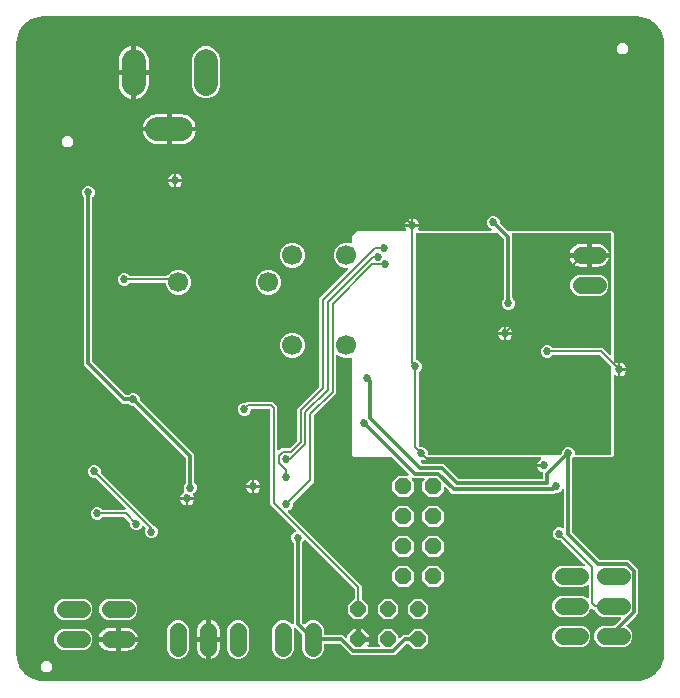
<source format=gbl>
G04 EAGLE Gerber RS-274X export*
G75*
%MOMM*%
%FSLAX34Y34*%
%LPD*%
%INBottom Copper*%
%IPPOS*%
%AMOC8*
5,1,8,0,0,1.08239X$1,22.5*%
G01*
%ADD10C,1.700000*%
%ADD11C,2.000000*%
%ADD12C,1.422400*%
%ADD13P,1.539592X8X112.500000*%
%ADD14P,1.415766X8X202.500000*%
%ADD15C,0.685800*%
%ADD16C,0.203200*%
%ADD17C,0.304800*%

G36*
X528164Y2547D02*
X528164Y2547D01*
X528200Y2544D01*
X531617Y2813D01*
X531775Y2848D01*
X531851Y2859D01*
X538351Y4971D01*
X538606Y5096D01*
X538620Y5109D01*
X538634Y5115D01*
X544163Y9133D01*
X544367Y9330D01*
X544376Y9346D01*
X544387Y9357D01*
X548405Y14886D01*
X548538Y15137D01*
X548542Y15156D01*
X548549Y15169D01*
X550661Y21669D01*
X550689Y21829D01*
X550707Y21903D01*
X550976Y25320D01*
X550973Y25365D01*
X550979Y25400D01*
X550979Y542800D01*
X550973Y542844D01*
X550976Y542880D01*
X550707Y546297D01*
X550672Y546455D01*
X550661Y546531D01*
X548549Y553031D01*
X548424Y553286D01*
X548411Y553300D01*
X548405Y553314D01*
X544387Y558843D01*
X544190Y559047D01*
X544174Y559056D01*
X544163Y559067D01*
X538634Y563085D01*
X538383Y563218D01*
X538364Y563222D01*
X538351Y563229D01*
X531851Y565341D01*
X531691Y565369D01*
X531617Y565387D01*
X528200Y565656D01*
X528155Y565653D01*
X528120Y565659D01*
X25400Y565659D01*
X25356Y565653D01*
X25320Y565656D01*
X21903Y565387D01*
X21745Y565352D01*
X21669Y565341D01*
X15169Y563229D01*
X14914Y563104D01*
X14900Y563091D01*
X14886Y563085D01*
X9357Y559067D01*
X9153Y558870D01*
X9144Y558854D01*
X9133Y558843D01*
X5115Y553314D01*
X4982Y553063D01*
X4978Y553044D01*
X4971Y553031D01*
X2859Y546531D01*
X2831Y546371D01*
X2813Y546297D01*
X2544Y542880D01*
X2547Y542835D01*
X2541Y542800D01*
X2541Y25400D01*
X2547Y25356D01*
X2544Y25320D01*
X2813Y21903D01*
X2848Y21745D01*
X2859Y21669D01*
X4971Y15169D01*
X5096Y14914D01*
X5109Y14900D01*
X5115Y14886D01*
X9133Y9357D01*
X9330Y9153D01*
X9346Y9144D01*
X9357Y9133D01*
X14886Y5115D01*
X15137Y4982D01*
X15156Y4978D01*
X15169Y4971D01*
X21669Y2859D01*
X21829Y2831D01*
X21903Y2813D01*
X25320Y2544D01*
X25365Y2547D01*
X25400Y2541D01*
X528120Y2541D01*
X528164Y2547D01*
G37*
%LPC*%
G36*
X226781Y21843D02*
X226781Y21843D01*
X223420Y23235D01*
X220847Y25808D01*
X219455Y29169D01*
X219455Y47031D01*
X220847Y50392D01*
X223420Y52965D01*
X226781Y54357D01*
X230419Y54357D01*
X233780Y52965D01*
X235740Y51004D01*
X235764Y50987D01*
X235783Y50964D01*
X235877Y50902D01*
X235967Y50833D01*
X235995Y50823D01*
X236019Y50807D01*
X236127Y50773D01*
X236233Y50732D01*
X236262Y50730D01*
X236290Y50721D01*
X236404Y50718D01*
X236516Y50709D01*
X236545Y50714D01*
X236574Y50714D01*
X236684Y50742D01*
X236795Y50765D01*
X236821Y50778D01*
X236850Y50785D01*
X236947Y50843D01*
X237047Y50896D01*
X237069Y50916D01*
X237094Y50931D01*
X237171Y51013D01*
X237254Y51091D01*
X237268Y51117D01*
X237288Y51138D01*
X237340Y51239D01*
X237397Y51337D01*
X237405Y51365D01*
X237418Y51391D01*
X237431Y51469D01*
X237467Y51612D01*
X237465Y51675D01*
X237473Y51722D01*
X237473Y119602D01*
X237461Y119689D01*
X237458Y119776D01*
X237441Y119829D01*
X237434Y119884D01*
X237398Y119964D01*
X237371Y120047D01*
X237343Y120086D01*
X237317Y120143D01*
X237221Y120256D01*
X237176Y120320D01*
X236400Y121096D01*
X235568Y123104D01*
X235568Y125277D01*
X236400Y127284D01*
X237936Y128820D01*
X238874Y129209D01*
X238973Y129267D01*
X239075Y129320D01*
X239095Y129339D01*
X239119Y129353D01*
X239198Y129437D01*
X239281Y129516D01*
X239295Y129540D01*
X239314Y129560D01*
X239367Y129662D01*
X239425Y129761D01*
X239432Y129788D01*
X239445Y129813D01*
X239467Y129926D01*
X239495Y130037D01*
X239494Y130064D01*
X239500Y130092D01*
X239490Y130206D01*
X239486Y130321D01*
X239478Y130347D01*
X239475Y130375D01*
X239434Y130482D01*
X239399Y130591D01*
X239384Y130612D01*
X239373Y130640D01*
X239212Y130853D01*
X239204Y130865D01*
X239202Y130867D01*
X239201Y130867D01*
X217550Y152518D01*
X217550Y232156D01*
X217542Y232214D01*
X217544Y232272D01*
X217522Y232354D01*
X217510Y232438D01*
X217487Y232491D01*
X217472Y232547D01*
X217429Y232620D01*
X217394Y232697D01*
X217356Y232742D01*
X217327Y232792D01*
X217265Y232850D01*
X217211Y232914D01*
X217162Y232946D01*
X217119Y232986D01*
X217044Y233025D01*
X216974Y233072D01*
X216918Y233089D01*
X216866Y233116D01*
X216798Y233127D01*
X216703Y233157D01*
X216603Y233160D01*
X216535Y233171D01*
X202057Y233171D01*
X201999Y233163D01*
X201941Y233165D01*
X201859Y233143D01*
X201775Y233131D01*
X201722Y233108D01*
X201666Y233093D01*
X201593Y233050D01*
X201516Y233015D01*
X201471Y232977D01*
X201421Y232948D01*
X201363Y232886D01*
X201299Y232832D01*
X201267Y232783D01*
X201227Y232740D01*
X201188Y232665D01*
X201141Y232595D01*
X201124Y232539D01*
X201097Y232487D01*
X201086Y232419D01*
X201056Y232324D01*
X201053Y232224D01*
X201042Y232156D01*
X201042Y231959D01*
X200210Y229951D01*
X198674Y228415D01*
X196666Y227583D01*
X194494Y227583D01*
X192486Y228415D01*
X190950Y229951D01*
X190118Y231959D01*
X190118Y234131D01*
X190950Y236139D01*
X192486Y237675D01*
X194494Y238507D01*
X196310Y238507D01*
X196396Y238519D01*
X196484Y238522D01*
X196536Y238539D01*
X196591Y238547D01*
X196671Y238582D01*
X196754Y238609D01*
X196793Y238637D01*
X196851Y238663D01*
X196964Y238759D01*
X197028Y238804D01*
X197492Y239269D01*
X219703Y239269D01*
X223648Y235324D01*
X223648Y198930D01*
X223652Y198901D01*
X223649Y198872D01*
X223672Y198761D01*
X223688Y198649D01*
X223700Y198622D01*
X223705Y198593D01*
X223758Y198492D01*
X223804Y198389D01*
X223823Y198367D01*
X223836Y198341D01*
X223914Y198259D01*
X223987Y198172D01*
X224012Y198156D01*
X224032Y198135D01*
X224130Y198078D01*
X224224Y198015D01*
X224252Y198006D01*
X224277Y197991D01*
X224387Y197963D01*
X224495Y197929D01*
X224525Y197928D01*
X224553Y197921D01*
X224666Y197925D01*
X224779Y197922D01*
X224808Y197929D01*
X224837Y197930D01*
X224945Y197965D01*
X225054Y197993D01*
X225080Y198008D01*
X225108Y198017D01*
X225171Y198063D01*
X225299Y198139D01*
X225342Y198184D01*
X225381Y198212D01*
X227194Y200026D01*
X233742Y200026D01*
X233829Y200038D01*
X233916Y200041D01*
X233969Y200058D01*
X234024Y200066D01*
X234104Y200101D01*
X234187Y200128D01*
X234226Y200156D01*
X234283Y200182D01*
X234396Y200278D01*
X234460Y200323D01*
X239986Y205849D01*
X240038Y205919D01*
X240098Y205983D01*
X240124Y206032D01*
X240157Y206076D01*
X240188Y206158D01*
X240228Y206236D01*
X240236Y206283D01*
X240258Y206342D01*
X240265Y206424D01*
X240269Y206438D01*
X240271Y206492D01*
X240283Y206567D01*
X240283Y233230D01*
X258918Y251864D01*
X258970Y251934D01*
X259030Y251998D01*
X259056Y252047D01*
X259089Y252091D01*
X259120Y252173D01*
X259160Y252251D01*
X259168Y252299D01*
X259190Y252357D01*
X259202Y252505D01*
X259215Y252582D01*
X259215Y327027D01*
X283143Y350954D01*
X283160Y350978D01*
X283183Y350997D01*
X283245Y351091D01*
X283313Y351181D01*
X283324Y351209D01*
X283340Y351233D01*
X283374Y351341D01*
X283415Y351447D01*
X283417Y351476D01*
X283426Y351504D01*
X283429Y351618D01*
X283438Y351730D01*
X283433Y351759D01*
X283433Y351788D01*
X283405Y351898D01*
X283382Y352009D01*
X283369Y352035D01*
X283361Y352063D01*
X283304Y352161D01*
X283251Y352261D01*
X283231Y352283D01*
X283216Y352308D01*
X283134Y352385D01*
X283056Y352467D01*
X283030Y352482D01*
X283009Y352502D01*
X282908Y352554D01*
X282810Y352611D01*
X282782Y352618D01*
X282756Y352632D01*
X282678Y352645D01*
X282535Y352681D01*
X282472Y352679D01*
X282425Y352687D01*
X279845Y352687D01*
X275974Y354291D01*
X273011Y357254D01*
X271407Y361125D01*
X271407Y365315D01*
X273011Y369186D01*
X275974Y372149D01*
X279845Y373753D01*
X284035Y373753D01*
X285107Y373309D01*
X285219Y373280D01*
X285328Y373245D01*
X285356Y373244D01*
X285383Y373238D01*
X285497Y373241D01*
X285612Y373238D01*
X285639Y373245D01*
X285667Y373246D01*
X285776Y373281D01*
X285887Y373310D01*
X285911Y373324D01*
X285938Y373332D01*
X286033Y373396D01*
X286132Y373455D01*
X286151Y373475D01*
X286174Y373491D01*
X286248Y373578D01*
X286326Y373662D01*
X286339Y373687D01*
X286357Y373708D01*
X286403Y373813D01*
X286456Y373915D01*
X286460Y373940D01*
X286472Y373968D01*
X286509Y374232D01*
X286511Y374246D01*
X286511Y379723D01*
X290837Y384049D01*
X331795Y384049D01*
X331867Y384059D01*
X331939Y384059D01*
X332007Y384079D01*
X332077Y384089D01*
X332143Y384118D01*
X332212Y384138D01*
X332272Y384176D01*
X332336Y384205D01*
X332391Y384251D01*
X332452Y384290D01*
X332499Y384343D01*
X332553Y384388D01*
X332593Y384449D01*
X332641Y384503D01*
X332672Y384566D01*
X332711Y384625D01*
X332733Y384694D01*
X332764Y384759D01*
X332775Y384829D01*
X332797Y384896D01*
X332798Y384968D01*
X332810Y385040D01*
X332802Y385110D01*
X332804Y385180D01*
X332786Y385250D01*
X332777Y385322D01*
X332753Y385377D01*
X332732Y385455D01*
X332671Y385559D01*
X332639Y385628D01*
X332530Y385792D01*
X332080Y386879D01*
X331935Y387605D01*
X337820Y387605D01*
X343705Y387605D01*
X343560Y386879D01*
X343110Y385792D01*
X343001Y385628D01*
X342969Y385563D01*
X342929Y385503D01*
X342908Y385436D01*
X342877Y385372D01*
X342865Y385301D01*
X342843Y385232D01*
X342842Y385161D01*
X342830Y385092D01*
X342838Y385020D01*
X342836Y384948D01*
X342854Y384879D01*
X342862Y384809D01*
X342890Y384742D01*
X342908Y384673D01*
X342944Y384612D01*
X342971Y384547D01*
X343016Y384490D01*
X343053Y384428D01*
X343105Y384380D01*
X343149Y384325D01*
X343208Y384283D01*
X343261Y384234D01*
X343323Y384201D01*
X343381Y384161D01*
X343449Y384137D01*
X343514Y384104D01*
X343573Y384094D01*
X343650Y384068D01*
X343770Y384061D01*
X343845Y384049D01*
X404192Y384049D01*
X404277Y384061D01*
X404363Y384063D01*
X404417Y384081D01*
X404473Y384089D01*
X404552Y384124D01*
X404634Y384150D01*
X404681Y384182D01*
X404733Y384205D01*
X404798Y384260D01*
X404870Y384308D01*
X404907Y384352D01*
X404950Y384388D01*
X404997Y384460D01*
X405053Y384526D01*
X405076Y384578D01*
X405107Y384625D01*
X405133Y384707D01*
X405168Y384786D01*
X405176Y384842D01*
X405193Y384896D01*
X405195Y384982D01*
X405207Y385067D01*
X405199Y385123D01*
X405201Y385180D01*
X405179Y385263D01*
X405167Y385349D01*
X405143Y385400D01*
X405129Y385455D01*
X405085Y385529D01*
X405049Y385608D01*
X405013Y385651D01*
X404983Y385700D01*
X404921Y385759D01*
X404865Y385824D01*
X404823Y385850D01*
X404776Y385894D01*
X404647Y385960D01*
X404580Y386002D01*
X403306Y386530D01*
X401770Y388066D01*
X400938Y390074D01*
X400938Y392246D01*
X401770Y394254D01*
X403306Y395790D01*
X405314Y396622D01*
X407486Y396622D01*
X409494Y395790D01*
X411030Y394254D01*
X411862Y392246D01*
X411862Y391149D01*
X411874Y391062D01*
X411877Y390975D01*
X411894Y390922D01*
X411902Y390867D01*
X411937Y390787D01*
X411964Y390704D01*
X411992Y390665D01*
X412018Y390608D01*
X412114Y390495D01*
X412159Y390431D01*
X418244Y384346D01*
X418314Y384294D01*
X418378Y384234D01*
X418427Y384208D01*
X418471Y384175D01*
X418553Y384144D01*
X418631Y384104D01*
X418678Y384096D01*
X418737Y384074D01*
X418884Y384062D01*
X418962Y384049D01*
X506723Y384049D01*
X508509Y382263D01*
X508509Y272725D01*
X508519Y272653D01*
X508519Y272581D01*
X508539Y272513D01*
X508549Y272443D01*
X508578Y272377D01*
X508598Y272308D01*
X508636Y272248D01*
X508665Y272184D01*
X508711Y272129D01*
X508750Y272068D01*
X508803Y272021D01*
X508848Y271967D01*
X508909Y271927D01*
X508963Y271879D01*
X509026Y271848D01*
X509085Y271809D01*
X509154Y271787D01*
X509219Y271756D01*
X509289Y271745D01*
X509356Y271723D01*
X509428Y271722D01*
X509500Y271710D01*
X509570Y271718D01*
X509640Y271716D01*
X509710Y271734D01*
X509782Y271743D01*
X509837Y271767D01*
X509915Y271788D01*
X510019Y271849D01*
X510088Y271881D01*
X510252Y271990D01*
X511339Y272440D01*
X512065Y272585D01*
X512065Y266700D01*
X512065Y260815D01*
X511339Y260960D01*
X510252Y261410D01*
X510088Y261519D01*
X510023Y261551D01*
X509963Y261591D01*
X509896Y261612D01*
X509832Y261643D01*
X509761Y261655D01*
X509692Y261677D01*
X509621Y261678D01*
X509552Y261690D01*
X509480Y261682D01*
X509408Y261684D01*
X509339Y261666D01*
X509269Y261658D01*
X509202Y261630D01*
X509133Y261612D01*
X509072Y261576D01*
X509007Y261549D01*
X508950Y261504D01*
X508888Y261467D01*
X508840Y261415D01*
X508785Y261371D01*
X508743Y261312D01*
X508694Y261259D01*
X508661Y261197D01*
X508621Y261139D01*
X508597Y261071D01*
X508564Y261006D01*
X508554Y260947D01*
X508528Y260870D01*
X508521Y260750D01*
X508509Y260675D01*
X508509Y194317D01*
X506723Y192531D01*
X474996Y192531D01*
X474909Y192519D01*
X474822Y192516D01*
X474769Y192499D01*
X474714Y192491D01*
X474635Y192456D01*
X474551Y192429D01*
X474512Y192401D01*
X474455Y192375D01*
X474342Y192279D01*
X474278Y192234D01*
X473754Y191710D01*
X473702Y191640D01*
X473642Y191576D01*
X473616Y191527D01*
X473583Y191483D01*
X473552Y191401D01*
X473512Y191323D01*
X473504Y191276D01*
X473482Y191217D01*
X473470Y191069D01*
X473457Y190992D01*
X473457Y128894D01*
X473469Y128807D01*
X473472Y128720D01*
X473489Y128667D01*
X473497Y128612D01*
X473532Y128532D01*
X473559Y128449D01*
X473587Y128410D01*
X473613Y128353D01*
X473709Y128240D01*
X473754Y128176D01*
X495968Y105962D01*
X496038Y105910D01*
X496102Y105850D01*
X496151Y105824D01*
X496195Y105791D01*
X496277Y105760D01*
X496355Y105720D01*
X496402Y105712D01*
X496461Y105690D01*
X496608Y105678D01*
X496686Y105665D01*
X521004Y105665D01*
X529337Y97332D01*
X529337Y60148D01*
X526956Y57767D01*
X519450Y50261D01*
X519381Y50169D01*
X519307Y50081D01*
X519296Y50056D01*
X519279Y50034D01*
X519238Y49926D01*
X519191Y49821D01*
X519188Y49794D01*
X519178Y49768D01*
X519168Y49654D01*
X519152Y49540D01*
X519156Y49512D01*
X519154Y49485D01*
X519177Y49372D01*
X519193Y49258D01*
X519204Y49233D01*
X519210Y49206D01*
X519263Y49104D01*
X519310Y48999D01*
X519328Y48978D01*
X519341Y48954D01*
X519420Y48870D01*
X519494Y48783D01*
X519516Y48770D01*
X519537Y48748D01*
X519766Y48613D01*
X519779Y48605D01*
X520292Y48393D01*
X522865Y45820D01*
X524257Y42459D01*
X524257Y38821D01*
X522865Y35460D01*
X520292Y32887D01*
X516931Y31495D01*
X499069Y31495D01*
X495708Y32887D01*
X493135Y35460D01*
X491743Y38821D01*
X491743Y42459D01*
X493135Y45820D01*
X495708Y48393D01*
X499069Y49785D01*
X508493Y49785D01*
X508580Y49797D01*
X508667Y49800D01*
X508720Y49817D01*
X508775Y49825D01*
X508854Y49860D01*
X508938Y49887D01*
X508977Y49915D01*
X509034Y49941D01*
X509147Y50037D01*
X509211Y50082D01*
X514291Y55162D01*
X514309Y55186D01*
X514331Y55205D01*
X514394Y55299D01*
X514462Y55389D01*
X514472Y55417D01*
X514489Y55441D01*
X514523Y55549D01*
X514563Y55655D01*
X514566Y55684D01*
X514574Y55712D01*
X514577Y55826D01*
X514587Y55938D01*
X514581Y55967D01*
X514582Y55996D01*
X514553Y56106D01*
X514531Y56217D01*
X514517Y56243D01*
X514510Y56271D01*
X514452Y56369D01*
X514400Y56469D01*
X514380Y56491D01*
X514365Y56516D01*
X514282Y56593D01*
X514204Y56675D01*
X514179Y56690D01*
X514157Y56710D01*
X514056Y56762D01*
X513959Y56819D01*
X513930Y56826D01*
X513904Y56840D01*
X513827Y56853D01*
X513683Y56889D01*
X513621Y56887D01*
X513573Y56895D01*
X499069Y56895D01*
X495708Y58287D01*
X493135Y60860D01*
X492512Y62365D01*
X492511Y62366D01*
X492511Y62367D01*
X492439Y62488D01*
X492368Y62609D01*
X492367Y62610D01*
X492366Y62612D01*
X492262Y62709D01*
X492161Y62805D01*
X492160Y62805D01*
X492158Y62806D01*
X492033Y62871D01*
X491908Y62935D01*
X491907Y62935D01*
X491905Y62936D01*
X491891Y62938D01*
X491629Y62990D01*
X491599Y62987D01*
X491574Y62991D01*
X491497Y62991D01*
X490231Y64257D01*
X490140Y64326D01*
X490052Y64400D01*
X490026Y64412D01*
X490004Y64428D01*
X489897Y64469D01*
X489792Y64516D01*
X489764Y64519D01*
X489738Y64529D01*
X489624Y64539D01*
X489510Y64555D01*
X489483Y64551D01*
X489455Y64553D01*
X489343Y64530D01*
X489229Y64514D01*
X489204Y64503D01*
X489176Y64497D01*
X489074Y64444D01*
X488970Y64397D01*
X488949Y64379D01*
X488924Y64366D01*
X488841Y64287D01*
X488753Y64213D01*
X488740Y64191D01*
X488718Y64170D01*
X488583Y63941D01*
X488575Y63928D01*
X487305Y60860D01*
X484732Y58287D01*
X481371Y56895D01*
X463509Y56895D01*
X460148Y58287D01*
X457575Y60860D01*
X456183Y64221D01*
X456183Y67859D01*
X457575Y71220D01*
X460148Y73793D01*
X463509Y75185D01*
X481371Y75185D01*
X484732Y73793D01*
X485438Y73086D01*
X485462Y73069D01*
X485481Y73046D01*
X485575Y72984D01*
X485665Y72916D01*
X485693Y72905D01*
X485717Y72889D01*
X485825Y72855D01*
X485931Y72814D01*
X485960Y72812D01*
X485988Y72803D01*
X486102Y72800D01*
X486214Y72791D01*
X486243Y72797D01*
X486272Y72796D01*
X486382Y72824D01*
X486493Y72847D01*
X486519Y72860D01*
X486547Y72868D01*
X486645Y72925D01*
X486745Y72978D01*
X486767Y72998D01*
X486792Y73013D01*
X486869Y73095D01*
X486951Y73173D01*
X486966Y73199D01*
X486986Y73220D01*
X487038Y73321D01*
X487095Y73419D01*
X487102Y73447D01*
X487116Y73473D01*
X487129Y73551D01*
X487165Y73694D01*
X487163Y73757D01*
X487171Y73804D01*
X487171Y83676D01*
X487167Y83705D01*
X487170Y83734D01*
X487147Y83845D01*
X487131Y83957D01*
X487119Y83984D01*
X487114Y84013D01*
X487061Y84113D01*
X487015Y84217D01*
X486996Y84239D01*
X486983Y84265D01*
X486905Y84347D01*
X486832Y84434D01*
X486807Y84450D01*
X486787Y84471D01*
X486689Y84528D01*
X486595Y84591D01*
X486567Y84600D01*
X486542Y84615D01*
X486432Y84643D01*
X486324Y84677D01*
X486294Y84678D01*
X486266Y84685D01*
X486153Y84681D01*
X486040Y84684D01*
X486011Y84677D01*
X485982Y84676D01*
X485874Y84641D01*
X485765Y84612D01*
X485739Y84597D01*
X485711Y84588D01*
X485647Y84543D01*
X485520Y84467D01*
X485477Y84422D01*
X485438Y84394D01*
X484732Y83687D01*
X481371Y82295D01*
X463509Y82295D01*
X460148Y83687D01*
X457575Y86260D01*
X456183Y89621D01*
X456183Y93259D01*
X457575Y96620D01*
X460148Y99193D01*
X463509Y100585D01*
X481371Y100585D01*
X482449Y100138D01*
X482532Y100117D01*
X482612Y100086D01*
X482669Y100081D01*
X482724Y100067D01*
X482810Y100070D01*
X482896Y100063D01*
X482952Y100074D01*
X483008Y100075D01*
X483090Y100102D01*
X483174Y100118D01*
X483225Y100145D01*
X483279Y100162D01*
X483351Y100210D01*
X483427Y100249D01*
X483468Y100289D01*
X483515Y100320D01*
X483571Y100386D01*
X483633Y100445D01*
X483662Y100494D01*
X483698Y100538D01*
X483733Y100616D01*
X483777Y100691D01*
X483791Y100746D01*
X483814Y100798D01*
X483826Y100883D01*
X483847Y100966D01*
X483845Y101023D01*
X483853Y101079D01*
X483840Y101164D01*
X483838Y101250D01*
X483820Y101304D01*
X483812Y101361D01*
X483777Y101439D01*
X483750Y101521D01*
X483722Y101561D01*
X483695Y101620D01*
X483601Y101730D01*
X483555Y101794D01*
X463728Y121622D01*
X463658Y121674D01*
X463594Y121734D01*
X463544Y121760D01*
X463500Y121793D01*
X463419Y121824D01*
X463341Y121864D01*
X463293Y121872D01*
X463235Y121894D01*
X463087Y121906D01*
X463010Y121919D01*
X461194Y121919D01*
X459186Y122751D01*
X457650Y124287D01*
X456818Y126295D01*
X456818Y128467D01*
X457650Y130475D01*
X459186Y132011D01*
X461194Y132843D01*
X463366Y132843D01*
X464939Y132191D01*
X465051Y132162D01*
X465160Y132128D01*
X465188Y132127D01*
X465215Y132120D01*
X465329Y132123D01*
X465444Y132121D01*
X465471Y132128D01*
X465499Y132128D01*
X465608Y132163D01*
X465719Y132192D01*
X465743Y132206D01*
X465770Y132215D01*
X465865Y132279D01*
X465964Y132338D01*
X465983Y132358D01*
X466006Y132373D01*
X466080Y132461D01*
X466158Y132545D01*
X466171Y132570D01*
X466189Y132591D01*
X466235Y132696D01*
X466288Y132798D01*
X466292Y132823D01*
X466304Y132851D01*
X466341Y133114D01*
X466343Y133129D01*
X466343Y164206D01*
X466331Y164291D01*
X466329Y164377D01*
X466311Y164431D01*
X466303Y164487D01*
X466268Y164565D01*
X466242Y164647D01*
X466210Y164695D01*
X466187Y164746D01*
X466132Y164812D01*
X466084Y164883D01*
X466040Y164920D01*
X466004Y164963D01*
X465932Y165011D01*
X465866Y165066D01*
X465814Y165089D01*
X465767Y165121D01*
X465685Y165147D01*
X465606Y165182D01*
X465550Y165190D01*
X465496Y165207D01*
X465410Y165209D01*
X465325Y165221D01*
X465268Y165213D01*
X465212Y165214D01*
X465128Y165192D01*
X465043Y165180D01*
X464992Y165157D01*
X464937Y165142D01*
X464863Y165098D01*
X464784Y165063D01*
X464741Y165026D01*
X464692Y164997D01*
X464633Y164934D01*
X464568Y164879D01*
X464542Y164837D01*
X464498Y164790D01*
X464432Y164661D01*
X464390Y164594D01*
X464370Y164546D01*
X462834Y163010D01*
X460826Y162178D01*
X459729Y162178D01*
X459642Y162166D01*
X459555Y162163D01*
X459502Y162146D01*
X459447Y162138D01*
X459367Y162103D01*
X459284Y162076D01*
X459245Y162048D01*
X459188Y162022D01*
X459075Y161926D01*
X459011Y161881D01*
X458673Y161543D01*
X371754Y161543D01*
X369373Y163924D01*
X366478Y166819D01*
X366454Y166837D01*
X366435Y166859D01*
X366341Y166922D01*
X366251Y166990D01*
X366223Y167000D01*
X366199Y167017D01*
X366091Y167051D01*
X365985Y167091D01*
X365956Y167094D01*
X365928Y167102D01*
X365814Y167105D01*
X365702Y167115D01*
X365673Y167109D01*
X365644Y167110D01*
X365534Y167081D01*
X365423Y167059D01*
X365397Y167045D01*
X365369Y167038D01*
X365271Y166980D01*
X365171Y166928D01*
X365149Y166908D01*
X365124Y166893D01*
X365047Y166810D01*
X364965Y166732D01*
X364950Y166707D01*
X364930Y166685D01*
X364878Y166584D01*
X364821Y166487D01*
X364814Y166458D01*
X364800Y166432D01*
X364787Y166355D01*
X364751Y166211D01*
X364753Y166149D01*
X364745Y166101D01*
X364745Y163852D01*
X359388Y158495D01*
X351812Y158495D01*
X346455Y163852D01*
X346455Y171428D01*
X348046Y173018D01*
X348063Y173042D01*
X348086Y173061D01*
X348148Y173155D01*
X348216Y173245D01*
X348227Y173273D01*
X348243Y173297D01*
X348277Y173405D01*
X348318Y173511D01*
X348320Y173540D01*
X348329Y173568D01*
X348332Y173682D01*
X348341Y173794D01*
X348335Y173823D01*
X348336Y173852D01*
X348308Y173962D01*
X348285Y174073D01*
X348272Y174099D01*
X348264Y174127D01*
X348207Y174225D01*
X348154Y174325D01*
X348134Y174347D01*
X348119Y174372D01*
X348037Y174449D01*
X347959Y174531D01*
X347933Y174546D01*
X347912Y174566D01*
X347811Y174618D01*
X347713Y174675D01*
X347685Y174682D01*
X347659Y174696D01*
X347581Y174709D01*
X347438Y174745D01*
X347375Y174743D01*
X347328Y174751D01*
X338472Y174751D01*
X338443Y174747D01*
X338414Y174750D01*
X338303Y174727D01*
X338191Y174711D01*
X338164Y174699D01*
X338135Y174694D01*
X338035Y174641D01*
X337931Y174595D01*
X337909Y174576D01*
X337883Y174563D01*
X337801Y174485D01*
X337714Y174412D01*
X337698Y174387D01*
X337677Y174367D01*
X337620Y174269D01*
X337557Y174175D01*
X337548Y174147D01*
X337533Y174122D01*
X337505Y174012D01*
X337471Y173904D01*
X337470Y173874D01*
X337463Y173846D01*
X337467Y173733D01*
X337464Y173620D01*
X337471Y173591D01*
X337472Y173562D01*
X337507Y173454D01*
X337536Y173345D01*
X337551Y173319D01*
X337560Y173291D01*
X337605Y173228D01*
X337681Y173100D01*
X337726Y173057D01*
X337754Y173018D01*
X339345Y171428D01*
X339345Y163852D01*
X333988Y158495D01*
X326412Y158495D01*
X321055Y163852D01*
X321055Y171428D01*
X326412Y176785D01*
X333894Y176785D01*
X333923Y176789D01*
X333953Y176786D01*
X334064Y176809D01*
X334176Y176825D01*
X334202Y176837D01*
X334231Y176842D01*
X334332Y176894D01*
X334435Y176941D01*
X334458Y176960D01*
X334484Y176973D01*
X334566Y177051D01*
X334652Y177124D01*
X334668Y177149D01*
X334690Y177169D01*
X334747Y177267D01*
X334810Y177361D01*
X334819Y177389D01*
X334833Y177414D01*
X334861Y177524D01*
X334896Y177632D01*
X334896Y177662D01*
X334904Y177690D01*
X334900Y177803D01*
X334903Y177916D01*
X334895Y177945D01*
X334894Y177974D01*
X334860Y178082D01*
X334831Y178191D01*
X334816Y178217D01*
X334807Y178245D01*
X334762Y178308D01*
X334686Y178436D01*
X334640Y178479D01*
X334612Y178518D01*
X320896Y192234D01*
X320826Y192286D01*
X320762Y192346D01*
X320713Y192372D01*
X320669Y192405D01*
X320587Y192436D01*
X320509Y192476D01*
X320462Y192484D01*
X320403Y192506D01*
X320256Y192518D01*
X320178Y192531D01*
X288297Y192531D01*
X286511Y194317D01*
X286511Y275994D01*
X286495Y276107D01*
X286485Y276222D01*
X286475Y276248D01*
X286471Y276275D01*
X286424Y276380D01*
X286383Y276487D01*
X286367Y276509D01*
X286355Y276534D01*
X286281Y276622D01*
X286212Y276714D01*
X286189Y276730D01*
X286172Y276751D01*
X286076Y276815D01*
X285984Y276884D01*
X285958Y276894D01*
X285935Y276909D01*
X285825Y276944D01*
X285718Y276984D01*
X285690Y276986D01*
X285664Y276995D01*
X285549Y276998D01*
X285435Y277007D01*
X285410Y277001D01*
X285380Y277002D01*
X285123Y276935D01*
X285107Y276931D01*
X284035Y276487D01*
X279845Y276487D01*
X275974Y278091D01*
X275174Y278891D01*
X275150Y278908D01*
X275131Y278931D01*
X275037Y278993D01*
X274947Y279061D01*
X274919Y279072D01*
X274895Y279088D01*
X274787Y279122D01*
X274681Y279163D01*
X274652Y279165D01*
X274624Y279174D01*
X274510Y279177D01*
X274398Y279186D01*
X274369Y279181D01*
X274340Y279181D01*
X274230Y279153D01*
X274119Y279130D01*
X274093Y279117D01*
X274065Y279109D01*
X273967Y279052D01*
X273867Y278999D01*
X273845Y278979D01*
X273820Y278964D01*
X273743Y278882D01*
X273661Y278804D01*
X273646Y278778D01*
X273626Y278757D01*
X273574Y278656D01*
X273517Y278558D01*
X273510Y278530D01*
X273496Y278504D01*
X273483Y278426D01*
X273447Y278283D01*
X273449Y278220D01*
X273441Y278173D01*
X273441Y246269D01*
X254806Y227635D01*
X254777Y227596D01*
X254766Y227586D01*
X254747Y227557D01*
X254694Y227501D01*
X254668Y227451D01*
X254635Y227407D01*
X254620Y227367D01*
X254608Y227350D01*
X254596Y227309D01*
X254564Y227248D01*
X254556Y227200D01*
X254534Y227142D01*
X254531Y227105D01*
X254523Y227079D01*
X254520Y226986D01*
X254509Y226917D01*
X254509Y171457D01*
X236899Y153848D01*
X236847Y153778D01*
X236787Y153714D01*
X236761Y153664D01*
X236728Y153620D01*
X236697Y153539D01*
X236657Y153461D01*
X236649Y153413D01*
X236627Y153355D01*
X236615Y153207D01*
X236602Y153130D01*
X236602Y151314D01*
X235770Y149306D01*
X234234Y147770D01*
X233296Y147381D01*
X233197Y147323D01*
X233095Y147270D01*
X233075Y147251D01*
X233051Y147237D01*
X232972Y147153D01*
X232889Y147074D01*
X232875Y147050D01*
X232856Y147030D01*
X232803Y146928D01*
X232745Y146829D01*
X232738Y146802D01*
X232726Y146777D01*
X232703Y146664D01*
X232675Y146553D01*
X232676Y146526D01*
X232670Y146498D01*
X232680Y146384D01*
X232684Y146269D01*
X232693Y146243D01*
X232695Y146215D01*
X232736Y146108D01*
X232771Y145999D01*
X232786Y145978D01*
X232797Y145950D01*
X232958Y145737D01*
X232966Y145725D01*
X232968Y145723D01*
X232969Y145723D01*
X295149Y83543D01*
X295149Y72995D01*
X295161Y72909D01*
X295164Y72821D01*
X295181Y72769D01*
X295189Y72714D01*
X295224Y72634D01*
X295251Y72551D01*
X295279Y72512D01*
X295305Y72455D01*
X295401Y72341D01*
X295446Y72278D01*
X300673Y67051D01*
X300673Y59949D01*
X295651Y54927D01*
X288549Y54927D01*
X283527Y59949D01*
X283527Y67051D01*
X288754Y72278D01*
X288806Y72347D01*
X288866Y72411D01*
X288892Y72461D01*
X288925Y72505D01*
X288956Y72586D01*
X288996Y72664D01*
X289004Y72712D01*
X289026Y72770D01*
X289038Y72918D01*
X289051Y72995D01*
X289051Y80597D01*
X289039Y80683D01*
X289036Y80771D01*
X289019Y80823D01*
X289011Y80878D01*
X288976Y80958D01*
X288949Y81041D01*
X288921Y81081D01*
X288895Y81138D01*
X288799Y81251D01*
X288754Y81315D01*
X247705Y122364D01*
X247613Y122433D01*
X247525Y122507D01*
X247500Y122518D01*
X247478Y122535D01*
X247370Y122576D01*
X247265Y122622D01*
X247238Y122626D01*
X247212Y122636D01*
X247098Y122645D01*
X246984Y122661D01*
X246956Y122657D01*
X246929Y122659D01*
X246816Y122637D01*
X246702Y122620D01*
X246677Y122609D01*
X246650Y122604D01*
X246548Y122551D01*
X246443Y122503D01*
X246422Y122485D01*
X246398Y122473D01*
X246314Y122394D01*
X246227Y122319D01*
X246214Y122298D01*
X246191Y122277D01*
X246057Y122047D01*
X246049Y122034D01*
X245660Y121096D01*
X244884Y120320D01*
X244832Y120250D01*
X244772Y120186D01*
X244747Y120137D01*
X244713Y120093D01*
X244682Y120011D01*
X244642Y119933D01*
X244634Y119886D01*
X244612Y119827D01*
X244600Y119680D01*
X244587Y119602D01*
X244587Y52964D01*
X244599Y52877D01*
X244602Y52790D01*
X244619Y52737D01*
X244627Y52682D01*
X244662Y52602D01*
X244689Y52519D01*
X244717Y52480D01*
X244743Y52423D01*
X244839Y52310D01*
X244884Y52246D01*
X245775Y51355D01*
X245821Y51320D01*
X245862Y51278D01*
X245935Y51235D01*
X246002Y51184D01*
X246057Y51163D01*
X246107Y51134D01*
X246189Y51113D01*
X246268Y51083D01*
X246326Y51078D01*
X246383Y51064D01*
X246467Y51067D01*
X246551Y51060D01*
X246608Y51071D01*
X246667Y51073D01*
X246747Y51099D01*
X246830Y51115D01*
X246882Y51142D01*
X246937Y51160D01*
X246993Y51200D01*
X247082Y51246D01*
X247154Y51315D01*
X247211Y51355D01*
X248820Y52965D01*
X252181Y54357D01*
X255819Y54357D01*
X259180Y52965D01*
X261753Y50392D01*
X263145Y47031D01*
X263145Y42672D01*
X263153Y42614D01*
X263151Y42556D01*
X263173Y42474D01*
X263185Y42390D01*
X263208Y42337D01*
X263223Y42281D01*
X263266Y42208D01*
X263301Y42131D01*
X263339Y42086D01*
X263368Y42036D01*
X263430Y41978D01*
X263484Y41914D01*
X263533Y41882D01*
X263576Y41842D01*
X263651Y41803D01*
X263721Y41756D01*
X263777Y41739D01*
X263829Y41712D01*
X263897Y41701D01*
X263992Y41671D01*
X264092Y41668D01*
X264160Y41657D01*
X279295Y41657D01*
X281286Y39666D01*
X281310Y39648D01*
X281329Y39626D01*
X281423Y39563D01*
X281513Y39495D01*
X281541Y39485D01*
X281565Y39468D01*
X281673Y39434D01*
X281779Y39394D01*
X281808Y39391D01*
X281836Y39383D01*
X281950Y39380D01*
X282062Y39370D01*
X282091Y39376D01*
X282120Y39375D01*
X282230Y39404D01*
X282341Y39426D01*
X282367Y39440D01*
X282395Y39447D01*
X282493Y39505D01*
X282593Y39557D01*
X282615Y39577D01*
X282640Y39592D01*
X282717Y39675D01*
X282799Y39753D01*
X282814Y39778D01*
X282834Y39800D01*
X282886Y39900D01*
X282943Y39998D01*
X282950Y40027D01*
X282964Y40053D01*
X282977Y40130D01*
X283013Y40274D01*
X283011Y40336D01*
X283019Y40384D01*
X283019Y41861D01*
X288339Y47181D01*
X290101Y47181D01*
X290101Y39084D01*
X290109Y39027D01*
X290107Y38973D01*
X290108Y38973D01*
X290107Y38968D01*
X290129Y38886D01*
X290141Y38803D01*
X290164Y38749D01*
X290179Y38693D01*
X290222Y38620D01*
X290257Y38543D01*
X290295Y38499D01*
X290324Y38448D01*
X290386Y38391D01*
X290440Y38326D01*
X290489Y38294D01*
X290532Y38254D01*
X290607Y38215D01*
X290677Y38169D01*
X290733Y38151D01*
X290785Y38124D01*
X290853Y38113D01*
X290948Y38083D01*
X291048Y38080D01*
X291116Y38069D01*
X292069Y38069D01*
X292069Y37116D01*
X292077Y37058D01*
X292076Y37000D01*
X292097Y36918D01*
X292109Y36834D01*
X292133Y36781D01*
X292147Y36725D01*
X292191Y36652D01*
X292225Y36575D01*
X292263Y36530D01*
X292293Y36480D01*
X292354Y36422D01*
X292409Y36358D01*
X292457Y36326D01*
X292500Y36286D01*
X292575Y36247D01*
X292645Y36200D01*
X292701Y36183D01*
X292753Y36156D01*
X292821Y36145D01*
X292916Y36115D01*
X293016Y36112D01*
X293084Y36101D01*
X301181Y36101D01*
X301181Y34339D01*
X300136Y33294D01*
X300118Y33270D01*
X300096Y33251D01*
X300033Y33157D01*
X299965Y33067D01*
X299955Y33039D01*
X299938Y33015D01*
X299904Y32907D01*
X299864Y32801D01*
X299861Y32772D01*
X299853Y32744D01*
X299850Y32630D01*
X299840Y32518D01*
X299846Y32489D01*
X299845Y32460D01*
X299874Y32350D01*
X299896Y32239D01*
X299910Y32213D01*
X299917Y32185D01*
X299975Y32087D01*
X300027Y31987D01*
X300047Y31965D01*
X300062Y31940D01*
X300145Y31863D01*
X300223Y31781D01*
X300248Y31766D01*
X300270Y31746D01*
X300370Y31694D01*
X300468Y31637D01*
X300497Y31630D01*
X300523Y31616D01*
X300600Y31603D01*
X300744Y31567D01*
X300806Y31569D01*
X300854Y31561D01*
X309465Y31561D01*
X309494Y31565D01*
X309523Y31562D01*
X309634Y31585D01*
X309746Y31601D01*
X309773Y31613D01*
X309802Y31618D01*
X309902Y31671D01*
X310006Y31717D01*
X310028Y31736D01*
X310054Y31749D01*
X310136Y31827D01*
X310223Y31900D01*
X310239Y31925D01*
X310260Y31945D01*
X310317Y32043D01*
X310380Y32137D01*
X310389Y32165D01*
X310404Y32190D01*
X310432Y32300D01*
X310466Y32408D01*
X310467Y32438D01*
X310474Y32466D01*
X310470Y32579D01*
X310473Y32692D01*
X310466Y32721D01*
X310465Y32750D01*
X310430Y32858D01*
X310401Y32967D01*
X310386Y32993D01*
X310377Y33021D01*
X310332Y33085D01*
X310256Y33212D01*
X310210Y33255D01*
X310182Y33294D01*
X308927Y34549D01*
X308927Y41651D01*
X313949Y46673D01*
X321051Y46673D01*
X326073Y41651D01*
X326073Y39876D01*
X326077Y39847D01*
X326074Y39818D01*
X326097Y39706D01*
X326113Y39594D01*
X326125Y39568D01*
X326130Y39539D01*
X326183Y39438D01*
X326229Y39335D01*
X326248Y39313D01*
X326261Y39286D01*
X326339Y39204D01*
X326412Y39118D01*
X326437Y39102D01*
X326457Y39080D01*
X326555Y39023D01*
X326649Y38960D01*
X326677Y38951D01*
X326702Y38937D01*
X326812Y38909D01*
X326920Y38875D01*
X326950Y38874D01*
X326978Y38867D01*
X327091Y38870D01*
X327204Y38867D01*
X327233Y38875D01*
X327262Y38876D01*
X327370Y38910D01*
X327479Y38939D01*
X327505Y38954D01*
X327533Y38963D01*
X327596Y39009D01*
X327724Y39084D01*
X327767Y39130D01*
X327806Y39158D01*
X330305Y41657D01*
X333913Y41657D01*
X333999Y41669D01*
X334087Y41672D01*
X334139Y41689D01*
X334194Y41697D01*
X334274Y41732D01*
X334357Y41759D01*
X334396Y41787D01*
X334453Y41813D01*
X334567Y41909D01*
X334630Y41954D01*
X339349Y46673D01*
X346451Y46673D01*
X351473Y41651D01*
X351473Y34549D01*
X346451Y29527D01*
X339349Y29527D01*
X334630Y34246D01*
X334561Y34298D01*
X334497Y34358D01*
X334447Y34384D01*
X334403Y34417D01*
X334322Y34448D01*
X334244Y34488D01*
X334196Y34496D01*
X334138Y34518D01*
X333990Y34530D01*
X333913Y34543D01*
X333672Y34543D01*
X333585Y34531D01*
X333498Y34528D01*
X333445Y34511D01*
X333390Y34503D01*
X333310Y34468D01*
X333227Y34441D01*
X333188Y34413D01*
X333131Y34387D01*
X333018Y34291D01*
X332954Y34246D01*
X323155Y24447D01*
X286445Y24447D01*
X276646Y34246D01*
X276576Y34298D01*
X276512Y34358D01*
X276463Y34384D01*
X276419Y34417D01*
X276337Y34448D01*
X276259Y34488D01*
X276212Y34496D01*
X276153Y34518D01*
X276006Y34530D01*
X275928Y34543D01*
X264160Y34543D01*
X264102Y34535D01*
X264044Y34537D01*
X263962Y34515D01*
X263878Y34503D01*
X263825Y34480D01*
X263769Y34465D01*
X263696Y34422D01*
X263619Y34387D01*
X263574Y34349D01*
X263524Y34320D01*
X263466Y34258D01*
X263402Y34204D01*
X263370Y34155D01*
X263330Y34112D01*
X263291Y34037D01*
X263244Y33967D01*
X263227Y33911D01*
X263200Y33859D01*
X263189Y33791D01*
X263159Y33696D01*
X263156Y33596D01*
X263145Y33528D01*
X263145Y29169D01*
X261753Y25808D01*
X259180Y23235D01*
X255819Y21843D01*
X252181Y21843D01*
X248820Y23235D01*
X246247Y25808D01*
X244855Y29169D01*
X244855Y41794D01*
X244843Y41881D01*
X244840Y41968D01*
X244823Y42021D01*
X244815Y42076D01*
X244780Y42156D01*
X244753Y42239D01*
X244725Y42278D01*
X244699Y42335D01*
X244603Y42448D01*
X244558Y42512D01*
X239478Y47592D01*
X239454Y47610D01*
X239435Y47632D01*
X239341Y47695D01*
X239251Y47763D01*
X239223Y47773D01*
X239199Y47790D01*
X239091Y47824D01*
X238985Y47864D01*
X238956Y47867D01*
X238928Y47876D01*
X238814Y47878D01*
X238702Y47888D01*
X238673Y47882D01*
X238644Y47883D01*
X238534Y47854D01*
X238423Y47832D01*
X238397Y47818D01*
X238369Y47811D01*
X238271Y47753D01*
X238171Y47701D01*
X238149Y47681D01*
X238124Y47666D01*
X238047Y47583D01*
X237965Y47505D01*
X237950Y47480D01*
X237930Y47458D01*
X237878Y47358D01*
X237821Y47260D01*
X237814Y47231D01*
X237800Y47205D01*
X237787Y47128D01*
X237751Y46984D01*
X237753Y46922D01*
X237745Y46874D01*
X237745Y29169D01*
X236353Y25808D01*
X233780Y23235D01*
X230419Y21843D01*
X226781Y21843D01*
G37*
%LPD*%
G36*
X463481Y194573D02*
X463481Y194573D01*
X463539Y194571D01*
X463621Y194593D01*
X463705Y194605D01*
X463758Y194629D01*
X463814Y194643D01*
X463887Y194686D01*
X463964Y194721D01*
X464009Y194759D01*
X464059Y194789D01*
X464117Y194850D01*
X464181Y194905D01*
X464213Y194953D01*
X464253Y194996D01*
X464292Y195071D01*
X464339Y195141D01*
X464356Y195197D01*
X464383Y195249D01*
X464394Y195317D01*
X464424Y195412D01*
X464427Y195512D01*
X464438Y195580D01*
X464438Y196666D01*
X465270Y198674D01*
X466806Y200210D01*
X468814Y201042D01*
X470986Y201042D01*
X472994Y200210D01*
X474530Y198674D01*
X475362Y196666D01*
X475362Y195580D01*
X475370Y195522D01*
X475368Y195464D01*
X475390Y195382D01*
X475402Y195299D01*
X475425Y195245D01*
X475440Y195189D01*
X475483Y195116D01*
X475518Y195039D01*
X475556Y194994D01*
X475585Y194944D01*
X475647Y194886D01*
X475701Y194822D01*
X475750Y194790D01*
X475793Y194750D01*
X475868Y194711D01*
X475938Y194665D01*
X475994Y194647D01*
X476046Y194620D01*
X476114Y194609D01*
X476209Y194579D01*
X476309Y194576D01*
X476377Y194565D01*
X505460Y194565D01*
X505518Y194573D01*
X505576Y194571D01*
X505658Y194593D01*
X505742Y194605D01*
X505795Y194629D01*
X505851Y194643D01*
X505924Y194686D01*
X506001Y194721D01*
X506046Y194759D01*
X506096Y194789D01*
X506154Y194850D01*
X506218Y194905D01*
X506250Y194953D01*
X506290Y194996D01*
X506329Y195071D01*
X506376Y195141D01*
X506393Y195197D01*
X506420Y195249D01*
X506431Y195317D01*
X506461Y195412D01*
X506464Y195512D01*
X506475Y195580D01*
X506475Y268573D01*
X506463Y268659D01*
X506460Y268747D01*
X506443Y268799D01*
X506435Y268854D01*
X506400Y268934D01*
X506373Y269017D01*
X506345Y269056D01*
X506319Y269114D01*
X506223Y269227D01*
X506178Y269291D01*
X496875Y278594D01*
X496805Y278646D01*
X496741Y278706D01*
X496691Y278732D01*
X496647Y278765D01*
X496566Y278796D01*
X496488Y278836D01*
X496440Y278844D01*
X496382Y278866D01*
X496234Y278878D01*
X496157Y278891D01*
X457216Y278891D01*
X457129Y278879D01*
X457042Y278876D01*
X456989Y278859D01*
X456934Y278851D01*
X456855Y278816D01*
X456771Y278789D01*
X456732Y278761D01*
X456675Y278735D01*
X456562Y278639D01*
X456498Y278594D01*
X455214Y277310D01*
X453206Y276478D01*
X451034Y276478D01*
X449026Y277310D01*
X447490Y278846D01*
X446658Y280854D01*
X446658Y283026D01*
X447490Y285034D01*
X449026Y286570D01*
X451034Y287402D01*
X453206Y287402D01*
X455214Y286570D01*
X456498Y285286D01*
X456568Y285234D01*
X456632Y285174D01*
X456681Y285148D01*
X456725Y285115D01*
X456807Y285084D01*
X456885Y285044D01*
X456932Y285036D01*
X456991Y285014D01*
X457139Y285002D01*
X457216Y284989D01*
X499103Y284989D01*
X504742Y279349D01*
X504766Y279332D01*
X504785Y279309D01*
X504879Y279246D01*
X504969Y279179D01*
X504997Y279168D01*
X505021Y279152D01*
X505129Y279118D01*
X505235Y279077D01*
X505264Y279075D01*
X505292Y279066D01*
X505406Y279063D01*
X505518Y279054D01*
X505547Y279060D01*
X505576Y279059D01*
X505686Y279087D01*
X505797Y279110D01*
X505823Y279123D01*
X505851Y279131D01*
X505949Y279188D01*
X506049Y279241D01*
X506071Y279261D01*
X506096Y279276D01*
X506173Y279358D01*
X506255Y279436D01*
X506270Y279462D01*
X506290Y279483D01*
X506342Y279584D01*
X506399Y279682D01*
X506406Y279710D01*
X506420Y279736D01*
X506433Y279814D01*
X506469Y279957D01*
X506467Y280020D01*
X506475Y280067D01*
X506475Y381000D01*
X506467Y381058D01*
X506469Y381116D01*
X506447Y381198D01*
X506435Y381282D01*
X506412Y381335D01*
X506397Y381391D01*
X506354Y381464D01*
X506319Y381541D01*
X506281Y381586D01*
X506252Y381636D01*
X506190Y381694D01*
X506136Y381758D01*
X506087Y381790D01*
X506044Y381830D01*
X505969Y381869D01*
X505899Y381916D01*
X505843Y381933D01*
X505791Y381960D01*
X505723Y381971D01*
X505628Y382001D01*
X505528Y382004D01*
X505460Y382015D01*
X423026Y382015D01*
X422997Y382011D01*
X422967Y382014D01*
X422856Y381991D01*
X422744Y381975D01*
X422718Y381963D01*
X422689Y381958D01*
X422588Y381906D01*
X422485Y381859D01*
X422462Y381840D01*
X422436Y381827D01*
X422354Y381749D01*
X422268Y381676D01*
X422252Y381651D01*
X422230Y381631D01*
X422173Y381533D01*
X422110Y381439D01*
X422101Y381411D01*
X422087Y381386D01*
X422059Y381276D01*
X422024Y381168D01*
X422024Y381138D01*
X422017Y381110D01*
X422020Y380997D01*
X422017Y380884D01*
X422025Y380855D01*
X422026Y380826D01*
X422060Y380718D01*
X422089Y380609D01*
X422104Y380583D01*
X422113Y380555D01*
X422159Y380492D01*
X422234Y380364D01*
X422280Y380321D01*
X422308Y380282D01*
X422657Y379933D01*
X422657Y327168D01*
X422669Y327081D01*
X422672Y326994D01*
X422689Y326941D01*
X422697Y326886D01*
X422732Y326807D01*
X422759Y326723D01*
X422787Y326684D01*
X422813Y326627D01*
X422909Y326514D01*
X422954Y326450D01*
X423730Y325674D01*
X424562Y323666D01*
X424562Y321494D01*
X423730Y319486D01*
X422194Y317950D01*
X420186Y317118D01*
X418014Y317118D01*
X416006Y317950D01*
X414470Y319486D01*
X413638Y321494D01*
X413638Y323666D01*
X414470Y325674D01*
X415246Y326450D01*
X415298Y326520D01*
X415358Y326584D01*
X415384Y326633D01*
X415417Y326677D01*
X415448Y326759D01*
X415488Y326837D01*
X415496Y326884D01*
X415518Y326943D01*
X415530Y327091D01*
X415543Y327168D01*
X415543Y376566D01*
X415531Y376653D01*
X415528Y376740D01*
X415511Y376793D01*
X415503Y376848D01*
X415468Y376928D01*
X415441Y377011D01*
X415413Y377050D01*
X415387Y377107D01*
X415291Y377220D01*
X415246Y377284D01*
X410812Y381718D01*
X410742Y381770D01*
X410678Y381830D01*
X410629Y381856D01*
X410585Y381889D01*
X410503Y381920D01*
X410425Y381960D01*
X410378Y381968D01*
X410319Y381990D01*
X410172Y382002D01*
X410094Y382015D01*
X341884Y382015D01*
X341826Y382007D01*
X341768Y382009D01*
X341686Y381987D01*
X341602Y381975D01*
X341549Y381952D01*
X341493Y381937D01*
X341420Y381894D01*
X341343Y381859D01*
X341298Y381821D01*
X341248Y381792D01*
X341190Y381730D01*
X341126Y381676D01*
X341094Y381627D01*
X341054Y381584D01*
X341015Y381509D01*
X340968Y381439D01*
X340951Y381383D01*
X340924Y381331D01*
X340913Y381263D01*
X340883Y381168D01*
X340880Y381068D01*
X340869Y381000D01*
X340869Y275619D01*
X340869Y275618D01*
X340869Y275616D01*
X340889Y275476D01*
X340909Y275338D01*
X340909Y275336D01*
X340909Y275335D01*
X340967Y275208D01*
X341025Y275078D01*
X341026Y275077D01*
X341027Y275076D01*
X341118Y274969D01*
X341208Y274861D01*
X341210Y274861D01*
X341211Y274859D01*
X341224Y274851D01*
X341445Y274704D01*
X341474Y274695D01*
X341495Y274681D01*
X343454Y273870D01*
X344990Y272334D01*
X345822Y270326D01*
X345822Y268154D01*
X344990Y266146D01*
X343706Y264862D01*
X343654Y264792D01*
X343594Y264728D01*
X343568Y264679D01*
X343535Y264635D01*
X343504Y264553D01*
X343464Y264475D01*
X343456Y264428D01*
X343434Y264369D01*
X343422Y264221D01*
X343409Y264144D01*
X343409Y202343D01*
X343421Y202257D01*
X343424Y202169D01*
X343441Y202117D01*
X343449Y202062D01*
X343484Y201982D01*
X343511Y201899D01*
X343539Y201860D01*
X343565Y201802D01*
X343661Y201689D01*
X343706Y201625D01*
X343992Y201339D01*
X344062Y201287D01*
X344126Y201227D01*
X344176Y201201D01*
X344220Y201168D01*
X344301Y201137D01*
X344379Y201097D01*
X344427Y201089D01*
X344485Y201067D01*
X344633Y201055D01*
X344710Y201042D01*
X346526Y201042D01*
X348534Y200210D01*
X350070Y198674D01*
X350902Y196666D01*
X350902Y195580D01*
X350910Y195522D01*
X350908Y195464D01*
X350930Y195382D01*
X350942Y195299D01*
X350965Y195245D01*
X350980Y195189D01*
X351023Y195116D01*
X351058Y195039D01*
X351096Y194994D01*
X351125Y194944D01*
X351187Y194886D01*
X351241Y194822D01*
X351290Y194790D01*
X351333Y194750D01*
X351408Y194711D01*
X351478Y194665D01*
X351534Y194647D01*
X351586Y194620D01*
X351654Y194609D01*
X351749Y194579D01*
X351849Y194576D01*
X351917Y194565D01*
X463423Y194565D01*
X463481Y194573D01*
G37*
%LPC*%
G36*
X147320Y158495D02*
X147320Y158495D01*
X141435Y158495D01*
X141580Y159221D01*
X142030Y160308D01*
X142683Y161286D01*
X143514Y162117D01*
X144522Y162790D01*
X144535Y162795D01*
X144574Y162825D01*
X144575Y162826D01*
X144576Y162826D01*
X144602Y162846D01*
X144675Y162889D01*
X144715Y162932D01*
X144761Y162967D01*
X144812Y163034D01*
X144870Y163096D01*
X144897Y163148D01*
X144932Y163194D01*
X144961Y163273D01*
X145000Y163349D01*
X145011Y163406D01*
X145032Y163460D01*
X145039Y163545D01*
X145055Y163627D01*
X145050Y163685D01*
X145055Y163744D01*
X145039Y163811D01*
X145031Y163911D01*
X144995Y164004D01*
X144979Y164071D01*
X144398Y165474D01*
X144398Y167646D01*
X145230Y169654D01*
X146006Y170430D01*
X146058Y170500D01*
X146118Y170564D01*
X146144Y170613D01*
X146177Y170657D01*
X146208Y170739D01*
X146248Y170817D01*
X146256Y170864D01*
X146278Y170923D01*
X146290Y171071D01*
X146303Y171148D01*
X146303Y191146D01*
X146291Y191233D01*
X146288Y191320D01*
X146271Y191373D01*
X146263Y191428D01*
X146228Y191508D01*
X146201Y191591D01*
X146173Y191630D01*
X146147Y191687D01*
X146051Y191800D01*
X146006Y191864D01*
X102329Y235541D01*
X102259Y235593D01*
X102195Y235653D01*
X102146Y235679D01*
X102102Y235712D01*
X102020Y235743D01*
X101942Y235783D01*
X101895Y235791D01*
X101836Y235813D01*
X101689Y235825D01*
X101611Y235838D01*
X100514Y235838D01*
X98506Y236670D01*
X97730Y237446D01*
X97660Y237498D01*
X97596Y237558D01*
X97547Y237584D01*
X97503Y237617D01*
X97421Y237648D01*
X97343Y237688D01*
X97296Y237696D01*
X97237Y237718D01*
X97089Y237730D01*
X97012Y237743D01*
X92507Y237743D01*
X59943Y270307D01*
X59943Y411972D01*
X59931Y412059D01*
X59928Y412146D01*
X59911Y412199D01*
X59903Y412254D01*
X59868Y412333D01*
X59841Y412417D01*
X59813Y412456D01*
X59787Y412513D01*
X59691Y412626D01*
X59646Y412690D01*
X58870Y413466D01*
X58038Y415474D01*
X58038Y417646D01*
X58870Y419654D01*
X60406Y421190D01*
X62414Y422022D01*
X64586Y422022D01*
X66594Y421190D01*
X68130Y419654D01*
X68962Y417646D01*
X68962Y415474D01*
X68130Y413466D01*
X67354Y412690D01*
X67302Y412620D01*
X67242Y412556D01*
X67216Y412507D01*
X67183Y412463D01*
X67152Y412381D01*
X67112Y412303D01*
X67104Y412256D01*
X67082Y412197D01*
X67070Y412049D01*
X67057Y411972D01*
X67057Y273674D01*
X67069Y273587D01*
X67072Y273500D01*
X67089Y273447D01*
X67097Y273392D01*
X67132Y273312D01*
X67159Y273229D01*
X67187Y273190D01*
X67213Y273133D01*
X67309Y273020D01*
X67354Y272956D01*
X95156Y245154D01*
X95226Y245102D01*
X95290Y245042D01*
X95339Y245016D01*
X95383Y244983D01*
X95465Y244952D01*
X95543Y244912D01*
X95590Y244904D01*
X95649Y244882D01*
X95796Y244870D01*
X95874Y244857D01*
X97012Y244857D01*
X97099Y244869D01*
X97186Y244872D01*
X97239Y244889D01*
X97294Y244897D01*
X97373Y244932D01*
X97457Y244959D01*
X97496Y244987D01*
X97553Y245013D01*
X97666Y245109D01*
X97730Y245154D01*
X98506Y245930D01*
X100514Y246762D01*
X102686Y246762D01*
X104694Y245930D01*
X106230Y244394D01*
X107062Y242386D01*
X107062Y241289D01*
X107074Y241202D01*
X107077Y241115D01*
X107094Y241062D01*
X107102Y241007D01*
X107137Y240927D01*
X107164Y240844D01*
X107192Y240805D01*
X107218Y240748D01*
X107314Y240635D01*
X107359Y240571D01*
X153417Y194513D01*
X153417Y171148D01*
X153429Y171061D01*
X153432Y170974D01*
X153449Y170921D01*
X153457Y170866D01*
X153492Y170787D01*
X153519Y170703D01*
X153547Y170664D01*
X153573Y170607D01*
X153669Y170494D01*
X153714Y170430D01*
X154490Y169654D01*
X155322Y167646D01*
X155322Y165474D01*
X154490Y163466D01*
X152953Y161929D01*
X152951Y161928D01*
X152843Y161860D01*
X152734Y161796D01*
X152723Y161784D01*
X152710Y161776D01*
X152626Y161681D01*
X152539Y161589D01*
X152532Y161575D01*
X152521Y161564D01*
X152467Y161449D01*
X152409Y161336D01*
X152406Y161321D01*
X152399Y161307D01*
X152378Y161182D01*
X152354Y161057D01*
X152355Y161042D01*
X152352Y161027D01*
X152367Y160900D01*
X152378Y160774D01*
X152384Y160760D01*
X152385Y160744D01*
X152414Y160681D01*
X152480Y160509D01*
X152508Y160472D01*
X152523Y160438D01*
X152610Y160308D01*
X153060Y159221D01*
X153205Y158495D01*
X147320Y158495D01*
X147320Y158495D01*
G37*
%LPD*%
G36*
X447606Y173745D02*
X447606Y173745D01*
X447664Y173743D01*
X447746Y173765D01*
X447830Y173777D01*
X447883Y173800D01*
X447939Y173815D01*
X448012Y173858D01*
X448089Y173893D01*
X448134Y173931D01*
X448184Y173960D01*
X448242Y174022D01*
X448306Y174076D01*
X448338Y174125D01*
X448378Y174168D01*
X448417Y174243D01*
X448464Y174313D01*
X448481Y174369D01*
X448508Y174421D01*
X448519Y174489D01*
X448549Y174584D01*
X448552Y174684D01*
X448563Y174752D01*
X448563Y178702D01*
X448549Y178805D01*
X448542Y178908D01*
X448529Y178945D01*
X448523Y178984D01*
X448481Y179078D01*
X448446Y179176D01*
X448423Y179207D01*
X448407Y179243D01*
X448340Y179322D01*
X448280Y179406D01*
X448249Y179430D01*
X448224Y179460D01*
X448137Y179518D01*
X448056Y179581D01*
X448023Y179594D01*
X447987Y179618D01*
X447950Y179630D01*
X447931Y179641D01*
X446752Y180130D01*
X445774Y180783D01*
X444943Y181614D01*
X444290Y182592D01*
X443840Y183679D01*
X443695Y184405D01*
X449580Y184405D01*
X449638Y184413D01*
X449696Y184411D01*
X449778Y184433D01*
X449861Y184444D01*
X449915Y184468D01*
X449971Y184483D01*
X450044Y184526D01*
X450121Y184561D01*
X450165Y184598D01*
X450215Y184628D01*
X450273Y184690D01*
X450338Y184744D01*
X450370Y184793D01*
X450410Y184836D01*
X450448Y184911D01*
X450495Y184981D01*
X450513Y185037D01*
X450539Y185089D01*
X450551Y185157D01*
X450581Y185252D01*
X450584Y185352D01*
X450595Y185420D01*
X450587Y185478D01*
X450588Y185536D01*
X450567Y185618D01*
X450555Y185702D01*
X450531Y185755D01*
X450516Y185812D01*
X450473Y185884D01*
X450439Y185961D01*
X450401Y186006D01*
X450371Y186056D01*
X450310Y186114D01*
X450255Y186178D01*
X450207Y186210D01*
X450164Y186250D01*
X450089Y186289D01*
X450019Y186336D01*
X449963Y186353D01*
X449911Y186380D01*
X449843Y186391D01*
X449748Y186421D01*
X449648Y186424D01*
X449580Y186435D01*
X443695Y186435D01*
X443840Y187161D01*
X444290Y188248D01*
X444943Y189226D01*
X445774Y190057D01*
X446695Y190672D01*
X446791Y190758D01*
X446889Y190841D01*
X446896Y190852D01*
X446907Y190861D01*
X446975Y190970D01*
X447046Y191077D01*
X447050Y191090D01*
X447058Y191102D01*
X447093Y191225D01*
X447132Y191348D01*
X447132Y191362D01*
X447136Y191375D01*
X447136Y191504D01*
X447139Y191632D01*
X447136Y191646D01*
X447136Y191660D01*
X447100Y191783D01*
X447067Y191907D01*
X447060Y191919D01*
X447056Y191933D01*
X446988Y192042D01*
X446922Y192152D01*
X446912Y192161D01*
X446905Y192173D01*
X446809Y192258D01*
X446715Y192346D01*
X446702Y192353D01*
X446692Y192362D01*
X446576Y192417D01*
X446462Y192476D01*
X446449Y192478D01*
X446436Y192484D01*
X446155Y192531D01*
X446142Y192529D01*
X446131Y192531D01*
X351125Y192531D01*
X351081Y192525D01*
X351036Y192527D01*
X350941Y192505D01*
X350844Y192491D01*
X350803Y192473D01*
X350759Y192463D01*
X350674Y192415D01*
X350584Y192375D01*
X350550Y192346D01*
X350511Y192324D01*
X350459Y192269D01*
X350367Y192192D01*
X350322Y192124D01*
X350281Y192080D01*
X350077Y191774D01*
X349246Y190943D01*
X348268Y190290D01*
X347181Y189840D01*
X346028Y189610D01*
X345909Y189610D01*
X345880Y189606D01*
X345851Y189609D01*
X345740Y189586D01*
X345628Y189570D01*
X345601Y189558D01*
X345572Y189553D01*
X345472Y189501D01*
X345368Y189454D01*
X345346Y189435D01*
X345320Y189422D01*
X345238Y189344D01*
X345151Y189271D01*
X345135Y189246D01*
X345114Y189226D01*
X345056Y189128D01*
X344994Y189034D01*
X344985Y189006D01*
X344970Y188981D01*
X344942Y188871D01*
X344908Y188763D01*
X344907Y188733D01*
X344900Y188705D01*
X344903Y188592D01*
X344900Y188479D01*
X344908Y188450D01*
X344909Y188421D01*
X344944Y188313D01*
X344972Y188204D01*
X344987Y188178D01*
X344996Y188150D01*
X345042Y188087D01*
X345118Y187959D01*
X345163Y187916D01*
X345191Y187877D01*
X345826Y187242D01*
X345896Y187190D01*
X345960Y187130D01*
X346009Y187104D01*
X346053Y187071D01*
X346135Y187040D01*
X346213Y187000D01*
X346261Y186992D01*
X346319Y186970D01*
X346467Y186958D01*
X346544Y186945D01*
X364185Y186945D01*
X377096Y174034D01*
X377166Y173982D01*
X377230Y173922D01*
X377279Y173896D01*
X377323Y173863D01*
X377405Y173832D01*
X377483Y173792D01*
X377530Y173784D01*
X377589Y173762D01*
X377736Y173750D01*
X377814Y173737D01*
X447548Y173737D01*
X447606Y173745D01*
G37*
%LPC*%
G36*
X160687Y496127D02*
X160687Y496127D01*
X156264Y497959D01*
X152879Y501344D01*
X151047Y505767D01*
X151047Y530553D01*
X152879Y534976D01*
X156264Y538361D01*
X160687Y540193D01*
X165473Y540193D01*
X169896Y538361D01*
X173281Y534976D01*
X175113Y530553D01*
X175113Y505767D01*
X173281Y501344D01*
X169896Y497959D01*
X165473Y496127D01*
X160687Y496127D01*
G37*
%LPD*%
%LPC*%
G36*
X115754Y123824D02*
X115754Y123824D01*
X113746Y124656D01*
X112210Y126192D01*
X111378Y128200D01*
X111378Y130372D01*
X111998Y131867D01*
X111998Y131869D01*
X111999Y131870D01*
X112034Y132008D01*
X112068Y132143D01*
X112068Y132144D01*
X112069Y132146D01*
X112064Y132287D01*
X112060Y132427D01*
X112060Y132428D01*
X112060Y132430D01*
X112016Y132566D01*
X111974Y132698D01*
X111973Y132699D01*
X111972Y132701D01*
X111963Y132713D01*
X111815Y132934D01*
X111792Y132954D01*
X111777Y132974D01*
X110815Y133937D01*
X110723Y134006D01*
X110635Y134080D01*
X110610Y134091D01*
X110587Y134108D01*
X110480Y134148D01*
X110375Y134195D01*
X110348Y134199D01*
X110322Y134209D01*
X110207Y134218D01*
X110094Y134234D01*
X110066Y134230D01*
X110038Y134232D01*
X109926Y134210D01*
X109812Y134193D01*
X109787Y134182D01*
X109760Y134176D01*
X109658Y134123D01*
X109553Y134076D01*
X109532Y134058D01*
X109507Y134045D01*
X109424Y133966D01*
X109337Y133892D01*
X109324Y133871D01*
X109301Y133850D01*
X109167Y133620D01*
X109159Y133607D01*
X108770Y132669D01*
X107234Y131133D01*
X105226Y130301D01*
X103054Y130301D01*
X101046Y131133D01*
X99510Y132669D01*
X98678Y134677D01*
X98678Y136493D01*
X98666Y136579D01*
X98663Y136667D01*
X98646Y136719D01*
X98638Y136774D01*
X98603Y136854D01*
X98576Y136937D01*
X98548Y136976D01*
X98522Y137034D01*
X98426Y137147D01*
X98381Y137211D01*
X94158Y141434D01*
X94088Y141486D01*
X94024Y141546D01*
X93974Y141572D01*
X93930Y141605D01*
X93849Y141636D01*
X93771Y141676D01*
X93723Y141684D01*
X93665Y141706D01*
X93517Y141718D01*
X93440Y141731D01*
X76216Y141731D01*
X76129Y141719D01*
X76042Y141716D01*
X75989Y141699D01*
X75934Y141691D01*
X75855Y141656D01*
X75771Y141629D01*
X75732Y141601D01*
X75675Y141575D01*
X75562Y141479D01*
X75498Y141434D01*
X74214Y140150D01*
X72206Y139318D01*
X70034Y139318D01*
X68026Y140150D01*
X66490Y141686D01*
X65658Y143694D01*
X65658Y145866D01*
X66490Y147874D01*
X68026Y149410D01*
X70034Y150242D01*
X72206Y150242D01*
X74214Y149410D01*
X75498Y148126D01*
X75568Y148074D01*
X75632Y148014D01*
X75681Y147988D01*
X75725Y147955D01*
X75807Y147924D01*
X75885Y147884D01*
X75932Y147876D01*
X75991Y147854D01*
X76139Y147842D01*
X76216Y147829D01*
X94329Y147829D01*
X94358Y147833D01*
X94387Y147830D01*
X94498Y147853D01*
X94610Y147869D01*
X94637Y147881D01*
X94666Y147886D01*
X94766Y147938D01*
X94870Y147985D01*
X94892Y148004D01*
X94918Y148017D01*
X95000Y148095D01*
X95087Y148168D01*
X95103Y148193D01*
X95124Y148213D01*
X95181Y148311D01*
X95244Y148405D01*
X95253Y148433D01*
X95268Y148458D01*
X95296Y148568D01*
X95330Y148676D01*
X95331Y148706D01*
X95338Y148734D01*
X95334Y148847D01*
X95337Y148960D01*
X95330Y148989D01*
X95329Y149018D01*
X95294Y149126D01*
X95265Y149235D01*
X95250Y149261D01*
X95241Y149289D01*
X95196Y149352D01*
X95120Y149480D01*
X95075Y149523D01*
X95047Y149562D01*
X70028Y174581D01*
X69958Y174633D01*
X69894Y174693D01*
X69844Y174719D01*
X69800Y174752D01*
X69719Y174783D01*
X69641Y174823D01*
X69593Y174831D01*
X69535Y174853D01*
X69387Y174865D01*
X69310Y174878D01*
X67494Y174878D01*
X65486Y175710D01*
X63950Y177246D01*
X63118Y179254D01*
X63118Y181426D01*
X63950Y183434D01*
X65486Y184970D01*
X67494Y185802D01*
X69666Y185802D01*
X71674Y184970D01*
X73210Y183434D01*
X74042Y181426D01*
X74042Y179610D01*
X74054Y179524D01*
X74057Y179436D01*
X74074Y179384D01*
X74082Y179329D01*
X74117Y179249D01*
X74144Y179166D01*
X74172Y179127D01*
X74198Y179069D01*
X74294Y178956D01*
X74339Y178892D01*
X107645Y145586D01*
X107715Y145534D01*
X107779Y145474D01*
X107829Y145448D01*
X107873Y145415D01*
X107954Y145384D01*
X108028Y145346D01*
X118979Y134395D01*
X119004Y134377D01*
X119024Y134353D01*
X119091Y134311D01*
X119206Y134224D01*
X119266Y134202D01*
X119308Y134175D01*
X119934Y133916D01*
X121470Y132380D01*
X122302Y130372D01*
X122302Y128200D01*
X121470Y126192D01*
X119934Y124656D01*
X117926Y123824D01*
X115754Y123824D01*
G37*
%LPD*%
%LPC*%
G36*
X137605Y329827D02*
X137605Y329827D01*
X133734Y331431D01*
X130771Y334394D01*
X129167Y338265D01*
X129167Y338836D01*
X129159Y338894D01*
X129161Y338952D01*
X129139Y339034D01*
X129127Y339118D01*
X129104Y339171D01*
X129089Y339227D01*
X129046Y339300D01*
X129011Y339377D01*
X128973Y339422D01*
X128944Y339472D01*
X128882Y339530D01*
X128828Y339594D01*
X128779Y339626D01*
X128736Y339666D01*
X128661Y339705D01*
X128591Y339752D01*
X128535Y339769D01*
X128483Y339796D01*
X128415Y339807D01*
X128320Y339837D01*
X128220Y339840D01*
X128152Y339851D01*
X99076Y339851D01*
X98989Y339839D01*
X98902Y339836D01*
X98849Y339819D01*
X98794Y339811D01*
X98715Y339776D01*
X98631Y339749D01*
X98592Y339721D01*
X98535Y339695D01*
X98422Y339599D01*
X98358Y339554D01*
X97074Y338270D01*
X95066Y337438D01*
X92894Y337438D01*
X90886Y338270D01*
X89350Y339806D01*
X88518Y341814D01*
X88518Y343986D01*
X89350Y345994D01*
X90886Y347530D01*
X92894Y348362D01*
X95066Y348362D01*
X97074Y347530D01*
X98358Y346246D01*
X98428Y346194D01*
X98492Y346134D01*
X98541Y346108D01*
X98585Y346075D01*
X98667Y346044D01*
X98745Y346004D01*
X98792Y345996D01*
X98851Y345974D01*
X98999Y345962D01*
X99076Y345949D01*
X129973Y345949D01*
X130059Y345961D01*
X130147Y345964D01*
X130199Y345981D01*
X130254Y345989D01*
X130334Y346024D01*
X130417Y346051D01*
X130456Y346079D01*
X130514Y346105D01*
X130627Y346201D01*
X130691Y346246D01*
X133734Y349289D01*
X137605Y350893D01*
X141795Y350893D01*
X145666Y349289D01*
X148629Y346326D01*
X150233Y342455D01*
X150233Y338265D01*
X148629Y334394D01*
X145666Y331431D01*
X141795Y329827D01*
X137605Y329827D01*
G37*
%LPD*%
%LPC*%
G36*
X41869Y28955D02*
X41869Y28955D01*
X38508Y30347D01*
X35935Y32920D01*
X34543Y36281D01*
X34543Y39919D01*
X35935Y43280D01*
X38508Y45853D01*
X41869Y47245D01*
X59731Y47245D01*
X63092Y45853D01*
X65665Y43280D01*
X67057Y39919D01*
X67057Y36281D01*
X65665Y32920D01*
X63092Y30347D01*
X59731Y28955D01*
X41869Y28955D01*
G37*
%LPD*%
%LPC*%
G36*
X137881Y21843D02*
X137881Y21843D01*
X134520Y23235D01*
X131947Y25808D01*
X130555Y29169D01*
X130555Y47031D01*
X131947Y50392D01*
X134520Y52965D01*
X137881Y54357D01*
X141519Y54357D01*
X144880Y52965D01*
X147453Y50392D01*
X148845Y47031D01*
X148845Y29169D01*
X147453Y25808D01*
X144880Y23235D01*
X141519Y21843D01*
X137881Y21843D01*
G37*
%LPD*%
%LPC*%
G36*
X188681Y21843D02*
X188681Y21843D01*
X185320Y23235D01*
X182747Y25808D01*
X181355Y29169D01*
X181355Y47031D01*
X182747Y50392D01*
X185320Y52965D01*
X188681Y54357D01*
X192319Y54357D01*
X195680Y52965D01*
X198253Y50392D01*
X199645Y47031D01*
X199645Y29169D01*
X198253Y25808D01*
X195680Y23235D01*
X192319Y21843D01*
X188681Y21843D01*
G37*
%LPD*%
%LPC*%
G36*
X463509Y31495D02*
X463509Y31495D01*
X460148Y32887D01*
X457575Y35460D01*
X456183Y38821D01*
X456183Y42459D01*
X457575Y45820D01*
X460148Y48393D01*
X463509Y49785D01*
X481371Y49785D01*
X484732Y48393D01*
X487305Y45820D01*
X488697Y42459D01*
X488697Y38821D01*
X487305Y35460D01*
X484732Y32887D01*
X481371Y31495D01*
X463509Y31495D01*
G37*
%LPD*%
%LPC*%
G36*
X79969Y54355D02*
X79969Y54355D01*
X76608Y55747D01*
X74035Y58320D01*
X72643Y61681D01*
X72643Y65319D01*
X74035Y68680D01*
X76608Y71253D01*
X79969Y72645D01*
X97831Y72645D01*
X101192Y71253D01*
X103765Y68680D01*
X105157Y65319D01*
X105157Y61681D01*
X103765Y58320D01*
X101192Y55747D01*
X97831Y54355D01*
X79969Y54355D01*
G37*
%LPD*%
%LPC*%
G36*
X41869Y54355D02*
X41869Y54355D01*
X38508Y55747D01*
X35935Y58320D01*
X34543Y61681D01*
X34543Y65319D01*
X35935Y68680D01*
X38508Y71253D01*
X41869Y72645D01*
X59731Y72645D01*
X63092Y71253D01*
X65665Y68680D01*
X67057Y65319D01*
X67057Y61681D01*
X65665Y58320D01*
X63092Y55747D01*
X59731Y54355D01*
X41869Y54355D01*
G37*
%LPD*%
%LPC*%
G36*
X478749Y328675D02*
X478749Y328675D01*
X475388Y330067D01*
X472815Y332640D01*
X471423Y336001D01*
X471423Y339639D01*
X472815Y343000D01*
X475388Y345573D01*
X478749Y346965D01*
X496611Y346965D01*
X499972Y345573D01*
X502545Y343000D01*
X503937Y339639D01*
X503937Y336001D01*
X502545Y332640D01*
X499972Y330067D01*
X496611Y328675D01*
X478749Y328675D01*
G37*
%LPD*%
%LPC*%
G36*
X234125Y352687D02*
X234125Y352687D01*
X230254Y354291D01*
X227291Y357254D01*
X225687Y361125D01*
X225687Y365315D01*
X227291Y369186D01*
X230254Y372149D01*
X234125Y373753D01*
X238315Y373753D01*
X242186Y372149D01*
X245149Y369186D01*
X246753Y365315D01*
X246753Y361125D01*
X245149Y357254D01*
X242186Y354291D01*
X238315Y352687D01*
X234125Y352687D01*
G37*
%LPD*%
%LPC*%
G36*
X213805Y329827D02*
X213805Y329827D01*
X209934Y331431D01*
X206971Y334394D01*
X205367Y338265D01*
X205367Y342455D01*
X206971Y346326D01*
X209934Y349289D01*
X213805Y350893D01*
X217995Y350893D01*
X221866Y349289D01*
X224829Y346326D01*
X226433Y342455D01*
X226433Y338265D01*
X224829Y334394D01*
X221866Y331431D01*
X217995Y329827D01*
X213805Y329827D01*
G37*
%LPD*%
%LPC*%
G36*
X234125Y276487D02*
X234125Y276487D01*
X230254Y278091D01*
X227291Y281054D01*
X225687Y284925D01*
X225687Y289115D01*
X227291Y292986D01*
X230254Y295949D01*
X234125Y297553D01*
X238315Y297553D01*
X242186Y295949D01*
X245149Y292986D01*
X246753Y289115D01*
X246753Y284925D01*
X245149Y281054D01*
X242186Y278091D01*
X238315Y276487D01*
X234125Y276487D01*
G37*
%LPD*%
%LPC*%
G36*
X351812Y82295D02*
X351812Y82295D01*
X346455Y87652D01*
X346455Y95228D01*
X351812Y100585D01*
X359388Y100585D01*
X364745Y95228D01*
X364745Y87652D01*
X359388Y82295D01*
X351812Y82295D01*
G37*
%LPD*%
%LPC*%
G36*
X326412Y82295D02*
X326412Y82295D01*
X321055Y87652D01*
X321055Y95228D01*
X326412Y100585D01*
X333988Y100585D01*
X339345Y95228D01*
X339345Y87652D01*
X333988Y82295D01*
X326412Y82295D01*
G37*
%LPD*%
%LPC*%
G36*
X351812Y107695D02*
X351812Y107695D01*
X346455Y113052D01*
X346455Y120628D01*
X351812Y125985D01*
X359388Y125985D01*
X364745Y120628D01*
X364745Y113052D01*
X359388Y107695D01*
X351812Y107695D01*
G37*
%LPD*%
%LPC*%
G36*
X326412Y107695D02*
X326412Y107695D01*
X321055Y113052D01*
X321055Y120628D01*
X326412Y125985D01*
X333988Y125985D01*
X339345Y120628D01*
X339345Y113052D01*
X333988Y107695D01*
X326412Y107695D01*
G37*
%LPD*%
%LPC*%
G36*
X351812Y133095D02*
X351812Y133095D01*
X346455Y138452D01*
X346455Y146028D01*
X351812Y151385D01*
X359388Y151385D01*
X364745Y146028D01*
X364745Y138452D01*
X359388Y133095D01*
X351812Y133095D01*
G37*
%LPD*%
%LPC*%
G36*
X326412Y133095D02*
X326412Y133095D01*
X321055Y138452D01*
X321055Y146028D01*
X326412Y151385D01*
X333988Y151385D01*
X339345Y146028D01*
X339345Y138452D01*
X333988Y133095D01*
X326412Y133095D01*
G37*
%LPD*%
%LPC*%
G36*
X313949Y54927D02*
X313949Y54927D01*
X308927Y59949D01*
X308927Y67051D01*
X313949Y72073D01*
X321051Y72073D01*
X326073Y67051D01*
X326073Y59949D01*
X321051Y54927D01*
X313949Y54927D01*
G37*
%LPD*%
%LPC*%
G36*
X339349Y54927D02*
X339349Y54927D01*
X334327Y59949D01*
X334327Y67051D01*
X339349Y72073D01*
X346451Y72073D01*
X351473Y67051D01*
X351473Y59949D01*
X346451Y54927D01*
X339349Y54927D01*
G37*
%LPD*%
%LPC*%
G36*
X104111Y520191D02*
X104111Y520191D01*
X104111Y540535D01*
X105017Y540392D01*
X106894Y539782D01*
X108653Y538886D01*
X110250Y537725D01*
X111645Y536330D01*
X112806Y534733D01*
X113702Y532974D01*
X114312Y531097D01*
X114621Y529147D01*
X114621Y520191D01*
X104111Y520191D01*
G37*
%LPD*%
%LPC*%
G36*
X134111Y472191D02*
X134111Y472191D01*
X134111Y482701D01*
X143067Y482701D01*
X145017Y482392D01*
X146894Y481782D01*
X148653Y480886D01*
X150250Y479725D01*
X151645Y478330D01*
X152806Y476733D01*
X153702Y474974D01*
X154312Y473097D01*
X154455Y472191D01*
X134111Y472191D01*
G37*
%LPD*%
%LPC*%
G36*
X104111Y516129D02*
X104111Y516129D01*
X114621Y516129D01*
X114621Y507173D01*
X114312Y505223D01*
X113702Y503346D01*
X112806Y501587D01*
X111645Y499990D01*
X110250Y498595D01*
X108653Y497434D01*
X106894Y496538D01*
X105017Y495928D01*
X104111Y495785D01*
X104111Y516129D01*
G37*
%LPD*%
%LPC*%
G36*
X109705Y472191D02*
X109705Y472191D01*
X109848Y473097D01*
X110458Y474974D01*
X111354Y476733D01*
X112515Y478330D01*
X113910Y479725D01*
X115507Y480886D01*
X117266Y481782D01*
X119143Y482392D01*
X121093Y482701D01*
X130049Y482701D01*
X130049Y472191D01*
X109705Y472191D01*
G37*
%LPD*%
%LPC*%
G36*
X89539Y520191D02*
X89539Y520191D01*
X89539Y529147D01*
X89848Y531097D01*
X90458Y532974D01*
X91354Y534733D01*
X92515Y536330D01*
X93910Y537725D01*
X95507Y538886D01*
X97266Y539782D01*
X99143Y540392D01*
X100049Y540535D01*
X100049Y520191D01*
X89539Y520191D01*
G37*
%LPD*%
%LPC*%
G36*
X134111Y457619D02*
X134111Y457619D01*
X134111Y468129D01*
X154455Y468129D01*
X154312Y467223D01*
X153702Y465346D01*
X152806Y463587D01*
X151645Y461990D01*
X150250Y460595D01*
X148653Y459434D01*
X146894Y458538D01*
X145017Y457928D01*
X143067Y457619D01*
X134111Y457619D01*
G37*
%LPD*%
%LPC*%
G36*
X121093Y457619D02*
X121093Y457619D01*
X119143Y457928D01*
X117266Y458538D01*
X115507Y459434D01*
X113910Y460595D01*
X112515Y461990D01*
X111354Y463587D01*
X110458Y465346D01*
X109848Y467223D01*
X109705Y468129D01*
X130049Y468129D01*
X130049Y457619D01*
X121093Y457619D01*
G37*
%LPD*%
%LPC*%
G36*
X99143Y495928D02*
X99143Y495928D01*
X97266Y496538D01*
X95507Y497434D01*
X93910Y498595D01*
X92515Y499990D01*
X91354Y501587D01*
X90458Y503346D01*
X89848Y505223D01*
X89539Y507173D01*
X89539Y516129D01*
X100049Y516129D01*
X100049Y495785D01*
X99143Y495928D01*
G37*
%LPD*%
%LPC*%
G36*
X167131Y40131D02*
X167131Y40131D01*
X167131Y54663D01*
X167360Y54627D01*
X168805Y54158D01*
X170159Y53468D01*
X171388Y52575D01*
X172463Y51500D01*
X173356Y50271D01*
X174046Y48917D01*
X174515Y47472D01*
X174753Y45972D01*
X174753Y40131D01*
X167131Y40131D01*
G37*
%LPD*%
%LPC*%
G36*
X489711Y365251D02*
X489711Y365251D01*
X489711Y372873D01*
X495552Y372873D01*
X497052Y372635D01*
X498497Y372166D01*
X499851Y371476D01*
X501080Y370583D01*
X502155Y369508D01*
X503048Y368279D01*
X503738Y366925D01*
X504207Y365480D01*
X504243Y365251D01*
X489711Y365251D01*
G37*
%LPD*%
%LPC*%
G36*
X90931Y40131D02*
X90931Y40131D01*
X90931Y47753D01*
X96772Y47753D01*
X98272Y47515D01*
X99717Y47046D01*
X101071Y46356D01*
X102300Y45463D01*
X103375Y44388D01*
X104268Y43159D01*
X104958Y41805D01*
X105427Y40360D01*
X105463Y40131D01*
X90931Y40131D01*
G37*
%LPD*%
%LPC*%
G36*
X72337Y40131D02*
X72337Y40131D01*
X72373Y40360D01*
X72842Y41805D01*
X73532Y43159D01*
X74425Y44388D01*
X75500Y45463D01*
X76729Y46356D01*
X78083Y47046D01*
X79528Y47515D01*
X81028Y47753D01*
X86869Y47753D01*
X86869Y40131D01*
X72337Y40131D01*
G37*
%LPD*%
%LPC*%
G36*
X471117Y365251D02*
X471117Y365251D01*
X471153Y365480D01*
X471622Y366925D01*
X472312Y368279D01*
X473205Y369508D01*
X474280Y370583D01*
X475509Y371476D01*
X476863Y372166D01*
X478308Y372635D01*
X479808Y372873D01*
X485649Y372873D01*
X485649Y365251D01*
X471117Y365251D01*
G37*
%LPD*%
%LPC*%
G36*
X167131Y36069D02*
X167131Y36069D01*
X174753Y36069D01*
X174753Y30228D01*
X174515Y28728D01*
X174046Y27283D01*
X173356Y25929D01*
X172463Y24700D01*
X171388Y23625D01*
X170159Y22732D01*
X168805Y22042D01*
X167360Y21573D01*
X167131Y21537D01*
X167131Y36069D01*
G37*
%LPD*%
%LPC*%
G36*
X155447Y40131D02*
X155447Y40131D01*
X155447Y45972D01*
X155685Y47472D01*
X156154Y48917D01*
X156844Y50271D01*
X157737Y51500D01*
X158812Y52575D01*
X160041Y53468D01*
X161395Y54158D01*
X162840Y54627D01*
X163069Y54663D01*
X163069Y40131D01*
X155447Y40131D01*
G37*
%LPD*%
%LPC*%
G36*
X90931Y28447D02*
X90931Y28447D01*
X90931Y36069D01*
X105463Y36069D01*
X105427Y35840D01*
X104958Y34395D01*
X104268Y33041D01*
X103375Y31812D01*
X102300Y30737D01*
X101071Y29844D01*
X99717Y29154D01*
X98272Y28685D01*
X96772Y28447D01*
X90931Y28447D01*
G37*
%LPD*%
%LPC*%
G36*
X489711Y353567D02*
X489711Y353567D01*
X489711Y361189D01*
X504243Y361189D01*
X504207Y360960D01*
X503738Y359515D01*
X503048Y358161D01*
X502155Y356932D01*
X501080Y355857D01*
X499851Y354964D01*
X498497Y354274D01*
X497052Y353805D01*
X495552Y353567D01*
X489711Y353567D01*
G37*
%LPD*%
%LPC*%
G36*
X162840Y21573D02*
X162840Y21573D01*
X161395Y22042D01*
X160041Y22732D01*
X158812Y23625D01*
X157737Y24700D01*
X156844Y25929D01*
X156154Y27283D01*
X155685Y28728D01*
X155447Y30228D01*
X155447Y36069D01*
X163069Y36069D01*
X163069Y21537D01*
X162840Y21573D01*
G37*
%LPD*%
%LPC*%
G36*
X81028Y28447D02*
X81028Y28447D01*
X79528Y28685D01*
X78083Y29154D01*
X76729Y29844D01*
X75500Y30737D01*
X74425Y31812D01*
X73532Y33041D01*
X72842Y34395D01*
X72373Y35840D01*
X72337Y36069D01*
X86869Y36069D01*
X86869Y28447D01*
X81028Y28447D01*
G37*
%LPD*%
%LPC*%
G36*
X479808Y353567D02*
X479808Y353567D01*
X478308Y353805D01*
X476863Y354274D01*
X475509Y354964D01*
X474280Y355857D01*
X473205Y356932D01*
X472312Y358161D01*
X471622Y359515D01*
X471153Y360960D01*
X471117Y361189D01*
X485649Y361189D01*
X485649Y353567D01*
X479808Y353567D01*
G37*
%LPD*%
%LPC*%
G36*
X25956Y10449D02*
X25956Y10449D01*
X23149Y13256D01*
X23149Y17224D01*
X25956Y20031D01*
X29924Y20031D01*
X32731Y17224D01*
X32731Y13256D01*
X29924Y10449D01*
X25956Y10449D01*
G37*
%LPD*%
%LPC*%
G36*
X43736Y454949D02*
X43736Y454949D01*
X40929Y457756D01*
X40929Y461724D01*
X43736Y464531D01*
X47704Y464531D01*
X50511Y461724D01*
X50511Y457756D01*
X47704Y454949D01*
X43736Y454949D01*
G37*
%LPD*%
%LPC*%
G36*
X513636Y533689D02*
X513636Y533689D01*
X510829Y536496D01*
X510829Y540464D01*
X513636Y543271D01*
X517604Y543271D01*
X520411Y540464D01*
X520411Y536496D01*
X517604Y533689D01*
X513636Y533689D01*
G37*
%LPD*%
%LPC*%
G36*
X294099Y40099D02*
X294099Y40099D01*
X294099Y47181D01*
X295861Y47181D01*
X301181Y41861D01*
X301181Y40099D01*
X294099Y40099D01*
G37*
%LPD*%
%LPC*%
G36*
X514095Y267715D02*
X514095Y267715D01*
X514095Y272585D01*
X514821Y272440D01*
X515908Y271990D01*
X516886Y271337D01*
X517717Y270506D01*
X518370Y269528D01*
X518820Y268441D01*
X518965Y267715D01*
X514095Y267715D01*
G37*
%LPD*%
%LPC*%
G36*
X138175Y427735D02*
X138175Y427735D01*
X138175Y432605D01*
X138901Y432460D01*
X139988Y432010D01*
X140966Y431357D01*
X141797Y430526D01*
X142450Y429548D01*
X142900Y428461D01*
X143045Y427735D01*
X138175Y427735D01*
G37*
%LPD*%
%LPC*%
G36*
X417575Y298195D02*
X417575Y298195D01*
X417575Y303065D01*
X418301Y302920D01*
X419388Y302470D01*
X420366Y301817D01*
X421197Y300986D01*
X421850Y300008D01*
X422300Y298921D01*
X422445Y298195D01*
X417575Y298195D01*
G37*
%LPD*%
%LPC*%
G36*
X204215Y168655D02*
X204215Y168655D01*
X204215Y173525D01*
X204941Y173380D01*
X206028Y172930D01*
X207006Y172277D01*
X207837Y171446D01*
X208490Y170468D01*
X208940Y169381D01*
X209085Y168655D01*
X204215Y168655D01*
G37*
%LPD*%
%LPC*%
G36*
X338835Y389635D02*
X338835Y389635D01*
X338835Y394505D01*
X339561Y394360D01*
X340648Y393910D01*
X341626Y393257D01*
X342457Y392426D01*
X343110Y391448D01*
X343560Y390361D01*
X343705Y389635D01*
X338835Y389635D01*
G37*
%LPD*%
%LPC*%
G36*
X514095Y265685D02*
X514095Y265685D01*
X518965Y265685D01*
X518820Y264959D01*
X518370Y263872D01*
X517717Y262894D01*
X516886Y262063D01*
X515908Y261410D01*
X514821Y260960D01*
X514095Y260815D01*
X514095Y265685D01*
G37*
%LPD*%
%LPC*%
G36*
X417575Y296165D02*
X417575Y296165D01*
X422445Y296165D01*
X422300Y295439D01*
X421850Y294352D01*
X421197Y293374D01*
X420366Y292543D01*
X419388Y291890D01*
X418301Y291440D01*
X417575Y291295D01*
X417575Y296165D01*
G37*
%LPD*%
%LPC*%
G36*
X131275Y427735D02*
X131275Y427735D01*
X131420Y428461D01*
X131870Y429548D01*
X132523Y430526D01*
X133354Y431357D01*
X134332Y432010D01*
X135419Y432460D01*
X136145Y432605D01*
X136145Y427735D01*
X131275Y427735D01*
G37*
%LPD*%
%LPC*%
G36*
X331935Y389635D02*
X331935Y389635D01*
X332080Y390361D01*
X332530Y391448D01*
X333183Y392426D01*
X334014Y393257D01*
X334992Y393910D01*
X336079Y394360D01*
X336805Y394505D01*
X336805Y389635D01*
X331935Y389635D01*
G37*
%LPD*%
%LPC*%
G36*
X410675Y298195D02*
X410675Y298195D01*
X410820Y298921D01*
X411270Y300008D01*
X411923Y300986D01*
X412754Y301817D01*
X413732Y302470D01*
X414819Y302920D01*
X415545Y303065D01*
X415545Y298195D01*
X410675Y298195D01*
G37*
%LPD*%
%LPC*%
G36*
X148335Y156465D02*
X148335Y156465D01*
X153205Y156465D01*
X153060Y155739D01*
X152610Y154652D01*
X151957Y153674D01*
X151126Y152843D01*
X150148Y152190D01*
X149061Y151740D01*
X148335Y151595D01*
X148335Y156465D01*
G37*
%LPD*%
%LPC*%
G36*
X204215Y166625D02*
X204215Y166625D01*
X209085Y166625D01*
X208940Y165899D01*
X208490Y164812D01*
X207837Y163834D01*
X207006Y163003D01*
X206028Y162350D01*
X204941Y161900D01*
X204215Y161755D01*
X204215Y166625D01*
G37*
%LPD*%
%LPC*%
G36*
X197315Y168655D02*
X197315Y168655D01*
X197460Y169381D01*
X197910Y170468D01*
X198563Y171446D01*
X199394Y172277D01*
X200372Y172930D01*
X201459Y173380D01*
X202185Y173525D01*
X202185Y168655D01*
X197315Y168655D01*
G37*
%LPD*%
%LPC*%
G36*
X138175Y425705D02*
X138175Y425705D01*
X143045Y425705D01*
X142900Y424979D01*
X142450Y423892D01*
X141797Y422914D01*
X140966Y422083D01*
X139988Y421430D01*
X138901Y420980D01*
X138175Y420835D01*
X138175Y425705D01*
G37*
%LPD*%
%LPC*%
G36*
X135419Y420980D02*
X135419Y420980D01*
X134332Y421430D01*
X133354Y422083D01*
X132523Y422914D01*
X131870Y423892D01*
X131420Y424979D01*
X131275Y425705D01*
X136145Y425705D01*
X136145Y420835D01*
X135419Y420980D01*
G37*
%LPD*%
%LPC*%
G36*
X414819Y291440D02*
X414819Y291440D01*
X413732Y291890D01*
X412754Y292543D01*
X411923Y293374D01*
X411270Y294352D01*
X410820Y295439D01*
X410675Y296165D01*
X415545Y296165D01*
X415545Y291295D01*
X414819Y291440D01*
G37*
%LPD*%
%LPC*%
G36*
X145579Y151740D02*
X145579Y151740D01*
X144492Y152190D01*
X143514Y152843D01*
X142683Y153674D01*
X142030Y154652D01*
X141580Y155739D01*
X141435Y156465D01*
X146305Y156465D01*
X146305Y151595D01*
X145579Y151740D01*
G37*
%LPD*%
%LPC*%
G36*
X201459Y161900D02*
X201459Y161900D01*
X200372Y162350D01*
X199394Y163003D01*
X198563Y163834D01*
X197910Y164812D01*
X197460Y165899D01*
X197315Y166625D01*
X202185Y166625D01*
X202185Y161755D01*
X201459Y161900D01*
G37*
%LPD*%
%LPC*%
G36*
X132079Y470159D02*
X132079Y470159D01*
X132079Y470161D01*
X132081Y470161D01*
X132081Y470159D01*
X132079Y470159D01*
G37*
%LPD*%
%LPC*%
G36*
X102079Y518159D02*
X102079Y518159D01*
X102079Y518161D01*
X102081Y518161D01*
X102081Y518159D01*
X102079Y518159D01*
G37*
%LPD*%
%LPC*%
G36*
X487679Y363219D02*
X487679Y363219D01*
X487679Y363221D01*
X487681Y363221D01*
X487681Y363219D01*
X487679Y363219D01*
G37*
%LPD*%
%LPC*%
G36*
X88899Y38099D02*
X88899Y38099D01*
X88899Y38101D01*
X88901Y38101D01*
X88901Y38099D01*
X88899Y38099D01*
G37*
%LPD*%
%LPC*%
G36*
X165099Y38099D02*
X165099Y38099D01*
X165099Y38101D01*
X165101Y38101D01*
X165101Y38099D01*
X165099Y38099D01*
G37*
%LPD*%
D10*
X215900Y340360D03*
X139700Y340360D03*
X236220Y363220D03*
X236220Y287020D03*
X281940Y287020D03*
X281940Y363220D03*
D11*
X163080Y508160D02*
X163080Y528160D01*
X102080Y528160D02*
X102080Y508160D01*
X122080Y470160D02*
X142080Y470160D01*
D12*
X480568Y337820D02*
X494792Y337820D01*
X494792Y363220D02*
X480568Y363220D01*
X139700Y45212D02*
X139700Y30988D01*
X165100Y30988D02*
X165100Y45212D01*
X190500Y45212D02*
X190500Y30988D01*
X254000Y30988D02*
X254000Y45212D01*
X228600Y45212D02*
X228600Y30988D01*
D13*
X355600Y91440D03*
X330200Y91440D03*
X355600Y116840D03*
X330200Y116840D03*
X355600Y142240D03*
X330200Y142240D03*
X330200Y167640D03*
X355600Y167640D03*
D12*
X57912Y38100D02*
X43688Y38100D01*
X43688Y63500D02*
X57912Y63500D01*
X81788Y63500D02*
X96012Y63500D01*
X96012Y38100D02*
X81788Y38100D01*
D14*
X317500Y38100D03*
X317500Y63500D03*
X342900Y38100D03*
X342900Y63500D03*
X292100Y63500D03*
X292100Y38100D03*
D12*
X465328Y40640D02*
X479552Y40640D01*
X479552Y66040D02*
X465328Y66040D01*
X465328Y91440D02*
X479552Y91440D01*
X500888Y40640D02*
X515112Y40640D01*
X515112Y66040D02*
X500888Y66040D01*
X500888Y91440D02*
X515112Y91440D01*
D15*
X513080Y266700D03*
D16*
X497840Y281940D01*
X452120Y281940D01*
D15*
X452120Y281940D03*
X337820Y388620D03*
D16*
X299720Y426720D01*
X137160Y426720D01*
D15*
X137160Y426720D03*
X340360Y269240D03*
D16*
X337820Y271780D01*
X337820Y388620D01*
D15*
X345440Y195580D03*
D16*
X340360Y200660D01*
X340360Y269240D01*
D15*
X449580Y185420D03*
D16*
X367146Y185420D01*
X364606Y187960D01*
X353060Y187960D01*
X345440Y195580D01*
D15*
X147320Y157480D03*
X203200Y167640D03*
X93980Y342900D03*
D16*
X137160Y342900D01*
X139700Y340360D01*
D17*
X331778Y38100D02*
X342900Y38100D01*
X277822Y38100D02*
X254000Y38100D01*
X321682Y28004D02*
X331778Y38100D01*
X287918Y28004D02*
X277822Y38100D01*
X287918Y28004D02*
X321682Y28004D01*
D15*
X241030Y124190D03*
D17*
X241030Y51070D01*
X254000Y38100D01*
D15*
X406400Y391160D03*
D17*
X419100Y378460D01*
X419100Y322580D01*
D15*
X419100Y322580D03*
X63500Y416560D03*
D17*
X63500Y271780D01*
X93980Y241300D01*
X101600Y241300D01*
D15*
X101600Y241300D03*
D17*
X149860Y193040D01*
X149860Y166560D01*
D15*
X149860Y166560D03*
D17*
X519531Y102108D02*
X525780Y95859D01*
X508000Y43841D02*
X508000Y40640D01*
X508000Y43841D02*
X525780Y61621D01*
X519531Y102108D02*
X494792Y102108D01*
X525780Y95859D02*
X525780Y61621D01*
D15*
X469900Y195580D03*
D17*
X469900Y127000D02*
X494792Y102108D01*
X469900Y127000D02*
X469900Y195580D01*
D15*
X299720Y259080D03*
D17*
X302260Y256540D01*
X302260Y225778D01*
X362712Y183388D02*
X375920Y170180D01*
X452120Y170180D01*
X452120Y177800D01*
X469900Y195580D01*
X344650Y183388D02*
X302260Y225778D01*
X344650Y183388D02*
X362712Y183388D01*
D15*
X297180Y220980D03*
D17*
X339852Y178308D01*
X360019Y178308D01*
X373227Y165100D01*
X457200Y165100D02*
X459740Y167640D01*
D15*
X459740Y167640D03*
D17*
X457200Y165100D02*
X373227Y165100D01*
D15*
X416560Y297180D03*
D16*
X482600Y363220D01*
X487680Y363220D01*
D15*
X231140Y152400D03*
D16*
X251460Y172720D01*
X251460Y228600D01*
X270392Y247532D01*
X270392Y322397D02*
X303595Y355600D01*
X270392Y322397D02*
X270392Y247532D01*
X303595Y355600D02*
X314960Y355600D01*
D15*
X314960Y355600D03*
D16*
X262264Y250899D02*
X243332Y231967D01*
X262264Y250899D02*
X262264Y325764D01*
X306197Y369697D02*
X313817Y369697D01*
D15*
X313817Y369697D03*
D16*
X306197Y369697D02*
X262264Y325764D01*
D15*
X231140Y175260D03*
D16*
X224663Y187817D02*
X224663Y193183D01*
X228457Y196977D01*
X231140Y181340D02*
X231140Y175260D01*
X231140Y181340D02*
X224663Y187817D01*
X228457Y196977D02*
X235426Y196977D01*
X243332Y204883D01*
X243332Y231967D01*
X247396Y230283D02*
X266328Y249215D01*
X266328Y324081D01*
X304324Y362077D02*
X308865Y362077D01*
D15*
X308865Y362077D03*
D16*
X304324Y362077D02*
X266328Y324081D01*
D15*
X231140Y190500D03*
D16*
X234696Y190500D01*
X247396Y203200D01*
X247396Y230283D01*
X492760Y66040D02*
X508000Y66040D01*
X492760Y66040D02*
X490220Y68580D01*
X490220Y99441D02*
X462280Y127381D01*
D15*
X462280Y127381D03*
D16*
X490220Y99441D02*
X490220Y68580D01*
D15*
X104140Y135763D03*
X71120Y144780D03*
D16*
X95123Y144780D02*
X104140Y135763D01*
X95123Y144780D02*
X71120Y144780D01*
D15*
X116840Y129286D03*
X68580Y180340D03*
D16*
X106680Y142240D02*
X106823Y142240D01*
X106680Y142240D02*
X68580Y180340D01*
X116840Y132223D02*
X116840Y129286D01*
X116840Y132223D02*
X106823Y142240D01*
X292100Y82280D02*
X292100Y63500D01*
X220599Y234061D02*
X218440Y236220D01*
X220599Y153781D02*
X292100Y82280D01*
X220599Y153781D02*
X220599Y234061D01*
X218440Y236220D02*
X198755Y236220D01*
X195580Y233045D01*
D15*
X195580Y233045D03*
M02*

</source>
